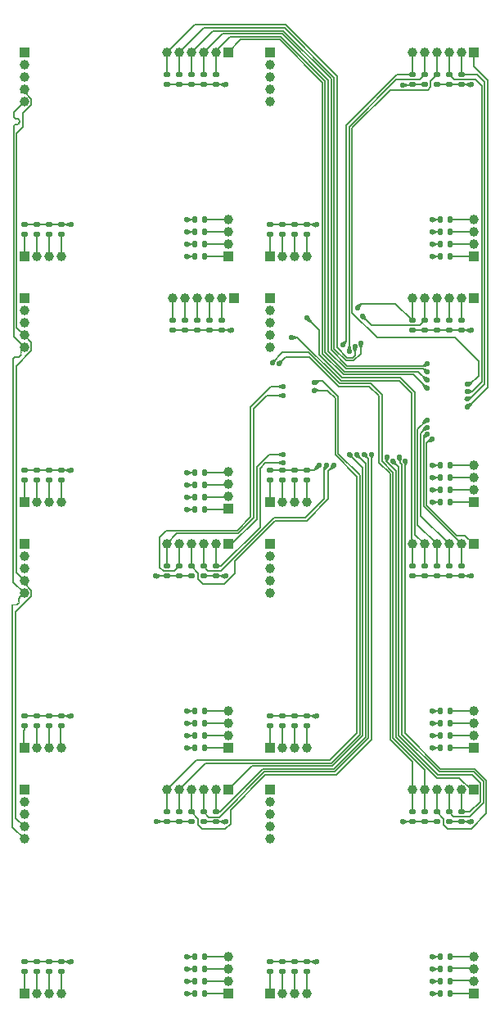
<source format=gbr>
%TF.GenerationSoftware,KiCad,Pcbnew,9.0.5-1.fc42*%
%TF.CreationDate,2025-11-30T23:17:10+01:00*%
%TF.ProjectId,Sub-Board,5375622d-426f-4617-9264-2e6b69636164,1*%
%TF.SameCoordinates,Original*%
%TF.FileFunction,Copper,L1,Top*%
%TF.FilePolarity,Positive*%
%FSLAX46Y46*%
G04 Gerber Fmt 4.6, Leading zero omitted, Abs format (unit mm)*
G04 Created by KiCad (PCBNEW 9.0.5-1.fc42) date 2025-11-30 23:17:10*
%MOMM*%
%LPD*%
G01*
G04 APERTURE LIST*
G04 Aperture macros list*
%AMRoundRect*
0 Rectangle with rounded corners*
0 $1 Rounding radius*
0 $2 $3 $4 $5 $6 $7 $8 $9 X,Y pos of 4 corners*
0 Add a 4 corners polygon primitive as box body*
4,1,4,$2,$3,$4,$5,$6,$7,$8,$9,$2,$3,0*
0 Add four circle primitives for the rounded corners*
1,1,$1+$1,$2,$3*
1,1,$1+$1,$4,$5*
1,1,$1+$1,$6,$7*
1,1,$1+$1,$8,$9*
0 Add four rect primitives between the rounded corners*
20,1,$1+$1,$2,$3,$4,$5,0*
20,1,$1+$1,$4,$5,$6,$7,0*
20,1,$1+$1,$6,$7,$8,$9,0*
20,1,$1+$1,$8,$9,$2,$3,0*%
G04 Aperture macros list end*
%TA.AperFunction,SMDPad,CuDef*%
%ADD10RoundRect,0.135000X0.185000X-0.135000X0.185000X0.135000X-0.185000X0.135000X-0.185000X-0.135000X0*%
%TD*%
%TA.AperFunction,SMDPad,CuDef*%
%ADD11RoundRect,0.135000X-0.135000X-0.185000X0.135000X-0.185000X0.135000X0.185000X-0.135000X0.185000X0*%
%TD*%
%TA.AperFunction,SMDPad,CuDef*%
%ADD12RoundRect,0.135000X-0.185000X0.135000X-0.185000X-0.135000X0.185000X-0.135000X0.185000X0.135000X0*%
%TD*%
%TA.AperFunction,SMDPad,CuDef*%
%ADD13RoundRect,0.135000X0.135000X0.185000X-0.135000X0.185000X-0.135000X-0.185000X0.135000X-0.185000X0*%
%TD*%
%TA.AperFunction,ComponentPad*%
%ADD14R,1.000000X1.000000*%
%TD*%
%TA.AperFunction,ComponentPad*%
%ADD15C,1.000000*%
%TD*%
%TA.AperFunction,ViaPad*%
%ADD16C,0.553200*%
%TD*%
%TA.AperFunction,Conductor*%
%ADD17C,0.177800*%
%TD*%
%TA.AperFunction,Conductor*%
%ADD18C,0.152400*%
%TD*%
G04 APERTURE END LIST*
D10*
%TO.P,R113,1*%
%TO.N,GND*%
X147701000Y-74680000D03*
%TO.P,R113,2*%
%TO.N,/STM32-MCU/Slot3.B*%
X147701000Y-73660000D03*
%TD*%
D11*
%TO.P,R78,1*%
%TO.N,/Board Address/+3.3V Digital*%
X121412000Y-140716000D03*
%TO.P,R78,2*%
%TO.N,/STM32-MCU/Slot6.Addr2*%
X122432000Y-140716000D03*
%TD*%
D12*
%TO.P,R66,1*%
%TO.N,GND*%
X130429000Y-63754000D03*
%TO.P,R66,2*%
%TO.N,/STM32-MCU/Slot1.Typ1*%
X130429000Y-64774000D03*
%TD*%
D10*
%TO.P,R73,1*%
%TO.N,GND*%
X143891000Y-100080000D03*
%TO.P,R73,2*%
%TO.N,/STM32-MCU/Slot5.A0*%
X143891000Y-99060000D03*
%TD*%
%TO.P,R99,1*%
%TO.N,GND*%
X118491000Y-125480000D03*
%TO.P,R99,2*%
%TO.N,/STM32-MCU/Slot6.A0*%
X118491000Y-124460000D03*
%TD*%
D12*
%TO.P,R67,1*%
%TO.N,GND*%
X131699000Y-63754000D03*
%TO.P,R67,2*%
%TO.N,/STM32-MCU/Slot1.Typ2*%
X131699000Y-64774000D03*
%TD*%
D13*
%TO.P,R57,1*%
%TO.N,/STM32-MCU/Slot1.Addr3*%
X147832000Y-63246000D03*
%TO.P,R57,2*%
%TO.N,GND*%
X146812000Y-63246000D03*
%TD*%
D14*
%TO.P,J33,1,Pin_1*%
%TO.N,/STM32-MCU/Slot7.LED*%
X150240000Y-122175000D03*
D15*
%TO.P,J33,2,Pin_2*%
%TO.N,/STM32-MCU/Slot7.C*%
X148970000Y-122175000D03*
%TO.P,J33,3,Pin_3*%
%TO.N,/STM32-MCU/Slot7.B*%
X147700000Y-122175000D03*
%TO.P,J33,4,Pin_4*%
%TO.N,/STM32-MCU/Slot7.A*%
X146430000Y-122175000D03*
%TO.P,J33,5,Pin_5*%
%TO.N,/STM32-MCU/Slot7.A1*%
X145160000Y-122175000D03*
%TO.P,J33,6,Pin_6*%
%TO.N,/STM32-MCU/Slot7.A0*%
X143890000Y-122175000D03*
%TD*%
D10*
%TO.P,R64,1*%
%TO.N,GND*%
X143891000Y-49280000D03*
%TO.P,R64,2*%
%TO.N,/STM32-MCU/Slot1.A0*%
X143891000Y-48260000D03*
%TD*%
D12*
%TO.P,R39,1*%
%TO.N,GND*%
X103759000Y-63750000D03*
%TO.P,R39,2*%
%TO.N,/STM32-MCU/Slot0.Typ0*%
X103759000Y-64770000D03*
%TD*%
D10*
%TO.P,R60,1*%
%TO.N,GND*%
X148971000Y-49280000D03*
%TO.P,R60,2*%
%TO.N,/STM32-MCU/Slot1.C*%
X148971000Y-48260000D03*
%TD*%
%TO.P,R46,1*%
%TO.N,GND*%
X119761000Y-100080000D03*
%TO.P,R46,2*%
%TO.N,/STM32-MCU/Slot4.A1*%
X119761000Y-99060000D03*
%TD*%
%TO.P,R114,1*%
%TO.N,GND*%
X146431000Y-74680000D03*
%TO.P,R114,2*%
%TO.N,/STM32-MCU/Slot3.A*%
X146431000Y-73660000D03*
%TD*%
%TO.P,R37,1*%
%TO.N,GND*%
X119761000Y-49280000D03*
%TO.P,R37,2*%
%TO.N,/STM32-MCU/Slot0.A1*%
X119761000Y-48260000D03*
%TD*%
%TO.P,R86,1*%
%TO.N,GND*%
X124206000Y-74678000D03*
%TO.P,R86,2*%
%TO.N,/STM32-MCU/Slot2.C*%
X124206000Y-73658000D03*
%TD*%
%TO.P,R88,1*%
%TO.N,GND*%
X121666000Y-74678000D03*
%TO.P,R88,2*%
%TO.N,/STM32-MCU/Slot2.A*%
X121666000Y-73658000D03*
%TD*%
%TO.P,R70,1*%
%TO.N,GND*%
X147701000Y-100080000D03*
%TO.P,R70,2*%
%TO.N,/STM32-MCU/Slot5.B*%
X147701000Y-99060000D03*
%TD*%
%TO.P,R87,1*%
%TO.N,GND*%
X122936000Y-74678000D03*
%TO.P,R87,2*%
%TO.N,/STM32-MCU/Slot2.B*%
X122936000Y-73658000D03*
%TD*%
D14*
%TO.P,J31,1,Pin_1*%
%TO.N,/STM32-MCU/Slot3.LED*%
X150240000Y-71375000D03*
D15*
%TO.P,J31,2,Pin_2*%
%TO.N,/STM32-MCU/Slot3.C*%
X148970000Y-71375000D03*
%TO.P,J31,3,Pin_3*%
%TO.N,/STM32-MCU/Slot3.B*%
X147700000Y-71375000D03*
%TO.P,J31,4,Pin_4*%
%TO.N,/STM32-MCU/Slot3.A*%
X146430000Y-71375000D03*
%TO.P,J31,5,Pin_5*%
%TO.N,/STM32-MCU/Slot3.A1*%
X145160000Y-71375000D03*
%TO.P,J31,6,Pin_6*%
%TO.N,/STM32-MCU/Slot3.A0*%
X143890000Y-71375000D03*
%TD*%
D14*
%TO.P,J21,1,Pin_1*%
%TO.N,/Board Address/+3.3V Digital*%
X103760000Y-122175000D03*
D15*
%TO.P,J21,2,Pin_2*%
%TO.N,/Power Supply/AREF*%
X103760000Y-123445000D03*
%TO.P,J21,3,Pin_3*%
%TO.N,GND*%
X103760000Y-124715000D03*
%TO.P,J21,4,Pin_4*%
%TO.N,/STM32-MCU/SlotBus.Data*%
X103760000Y-125985000D03*
%TO.P,J21,5,Pin_5*%
%TO.N,/STM32-MCU/SlotBus.Clock*%
X103760000Y-127255000D03*
%TD*%
D13*
%TO.P,R29,1*%
%TO.N,/STM32-MCU/Slot0.Addr2*%
X122432000Y-64516000D03*
%TO.P,R29,2*%
%TO.N,GND*%
X121412000Y-64516000D03*
%TD*%
D10*
%TO.P,R72,1*%
%TO.N,GND*%
X145161000Y-100078000D03*
%TO.P,R72,2*%
%TO.N,/STM32-MCU/Slot5.A1*%
X145161000Y-99058000D03*
%TD*%
%TO.P,R112,1*%
%TO.N,GND*%
X148971000Y-74680000D03*
%TO.P,R112,2*%
%TO.N,/STM32-MCU/Slot3.C*%
X148971000Y-73660000D03*
%TD*%
%TO.P,R95,1*%
%TO.N,GND*%
X123571000Y-125482000D03*
%TO.P,R95,2*%
%TO.N,/STM32-MCU/Slot6.C*%
X123571000Y-124462000D03*
%TD*%
%TO.P,R121,1*%
%TO.N,GND*%
X148971000Y-125480000D03*
%TO.P,R121,2*%
%TO.N,/STM32-MCU/Slot7.C*%
X148971000Y-124460000D03*
%TD*%
D13*
%TO.P,R55,1*%
%TO.N,/STM32-MCU/Slot1.Addr1*%
X147830000Y-65786000D03*
%TO.P,R55,2*%
%TO.N,GND*%
X146810000Y-65786000D03*
%TD*%
D10*
%TO.P,R34,1*%
%TO.N,GND*%
X123571000Y-49280000D03*
%TO.P,R34,2*%
%TO.N,/STM32-MCU/Slot0.C*%
X123571000Y-48260000D03*
%TD*%
%TO.P,R125,1*%
%TO.N,GND*%
X143891000Y-125480000D03*
%TO.P,R125,2*%
%TO.N,/STM32-MCU/Slot7.A0*%
X143891000Y-124460000D03*
%TD*%
D11*
%TO.P,R107,1*%
%TO.N,/Board Address/+3.3V Digital*%
X146812000Y-92456000D03*
%TO.P,R107,2*%
%TO.N,/STM32-MCU/Slot3.Addr0*%
X147832000Y-92456000D03*
%TD*%
D10*
%TO.P,R96,1*%
%TO.N,GND*%
X122301000Y-125480000D03*
%TO.P,R96,2*%
%TO.N,/STM32-MCU/Slot6.B*%
X122301000Y-124460000D03*
%TD*%
D14*
%TO.P,J4,1,Pin_1*%
%TO.N,/STM32-MCU/Slot0.Addr0*%
X124840000Y-67055000D03*
D15*
%TO.P,J4,2,Pin_2*%
%TO.N,/STM32-MCU/Slot0.Addr1*%
X124840000Y-65785000D03*
%TO.P,J4,3,Pin_3*%
%TO.N,/STM32-MCU/Slot0.Addr2*%
X124840000Y-64515000D03*
%TO.P,J4,4,Pin_4*%
%TO.N,/STM32-MCU/Slot0.Addr3*%
X124840000Y-63245000D03*
%TD*%
D12*
%TO.P,R119,1*%
%TO.N,GND*%
X131699000Y-89154000D03*
%TO.P,R119,2*%
%TO.N,/STM32-MCU/Slot3.Typ2*%
X131699000Y-90174000D03*
%TD*%
D10*
%TO.P,R38,1*%
%TO.N,GND*%
X118491000Y-49280000D03*
%TO.P,R38,2*%
%TO.N,/STM32-MCU/Slot0.A0*%
X118491000Y-48260000D03*
%TD*%
D13*
%TO.P,R85,1*%
%TO.N,/STM32-MCU/Slot6.Addr3*%
X122432000Y-139446000D03*
%TO.P,R85,2*%
%TO.N,GND*%
X121412000Y-139446000D03*
%TD*%
%TO.P,R32,1*%
%TO.N,/STM32-MCU/Slot4.Addr1*%
X122432000Y-116586000D03*
%TO.P,R32,2*%
%TO.N,GND*%
X121412000Y-116586000D03*
%TD*%
D10*
%TO.P,R63,1*%
%TO.N,GND*%
X145161000Y-49280000D03*
%TO.P,R63,2*%
%TO.N,/STM32-MCU/Slot1.A1*%
X145161000Y-48260000D03*
%TD*%
D14*
%TO.P,J12,1,Pin_1*%
%TO.N,/STM32-MCU/Slot1.Addr0*%
X150240000Y-67055000D03*
D15*
%TO.P,J12,2,Pin_2*%
%TO.N,/STM32-MCU/Slot1.Addr1*%
X150240000Y-65785000D03*
%TO.P,J12,3,Pin_3*%
%TO.N,/STM32-MCU/Slot1.Addr2*%
X150240000Y-64515000D03*
%TO.P,J12,4,Pin_4*%
%TO.N,/STM32-MCU/Slot1.Addr3*%
X150240000Y-63245000D03*
%TD*%
D13*
%TO.P,R31,1*%
%TO.N,/STM32-MCU/Slot4.Addr0*%
X122432000Y-117856000D03*
%TO.P,R31,2*%
%TO.N,GND*%
X121412000Y-117856000D03*
%TD*%
%TO.P,R56,1*%
%TO.N,/STM32-MCU/Slot1.Addr2*%
X147830000Y-64516000D03*
%TO.P,R56,2*%
%TO.N,GND*%
X146810000Y-64516000D03*
%TD*%
%TO.P,R83,1*%
%TO.N,/STM32-MCU/Slot2.Addr3*%
X122430000Y-89408000D03*
%TO.P,R83,2*%
%TO.N,GND*%
X121410000Y-89408000D03*
%TD*%
D12*
%TO.P,R42,1*%
%TO.N,GND*%
X107569000Y-63750000D03*
%TO.P,R42,2*%
%TO.N,/STM32-MCU/Slot0.Typ3*%
X107569000Y-64770000D03*
%TD*%
%TO.P,R49,1*%
%TO.N,GND*%
X105029000Y-114554000D03*
%TO.P,R49,2*%
%TO.N,/STM32-MCU/Slot4.Typ1*%
X105029000Y-115574000D03*
%TD*%
D13*
%TO.P,R82,1*%
%TO.N,/STM32-MCU/Slot2.Addr2*%
X122430000Y-90678000D03*
%TO.P,R82,2*%
%TO.N,GND*%
X121410000Y-90678000D03*
%TD*%
D12*
%TO.P,R65,1*%
%TO.N,GND*%
X129159000Y-63754000D03*
%TO.P,R65,2*%
%TO.N,/STM32-MCU/Slot1.Typ0*%
X129159000Y-64774000D03*
%TD*%
D13*
%TO.P,R111,1*%
%TO.N,/STM32-MCU/Slot7.Addr3*%
X147832000Y-139446000D03*
%TO.P,R111,2*%
%TO.N,GND*%
X146812000Y-139446000D03*
%TD*%
D10*
%TO.P,R123,1*%
%TO.N,GND*%
X146431000Y-125480000D03*
%TO.P,R123,2*%
%TO.N,/STM32-MCU/Slot7.A*%
X146431000Y-124460000D03*
%TD*%
D14*
%TO.P,J25,1,Pin_1*%
%TO.N,/STM32-MCU/Slot6.LED*%
X124840000Y-122175000D03*
D15*
%TO.P,J25,2,Pin_2*%
%TO.N,/STM32-MCU/Slot6.C*%
X123570000Y-122175000D03*
%TO.P,J25,3,Pin_3*%
%TO.N,/STM32-MCU/Slot6.B*%
X122300000Y-122175000D03*
%TO.P,J25,4,Pin_4*%
%TO.N,/STM32-MCU/Slot6.A*%
X121030000Y-122175000D03*
%TO.P,J25,5,Pin_5*%
%TO.N,/STM32-MCU/Slot6.A1*%
X119760000Y-122175000D03*
%TO.P,J25,6,Pin_6*%
%TO.N,/STM32-MCU/Slot6.A0*%
X118490000Y-122175000D03*
%TD*%
D10*
%TO.P,R61,1*%
%TO.N,GND*%
X147701000Y-49278000D03*
%TO.P,R61,2*%
%TO.N,/STM32-MCU/Slot1.B*%
X147701000Y-48258000D03*
%TD*%
D11*
%TO.P,R108,1*%
%TO.N,/Board Address/+3.3V Digital*%
X146810000Y-143256000D03*
%TO.P,R108,2*%
%TO.N,/STM32-MCU/Slot7.Addr0*%
X147830000Y-143256000D03*
%TD*%
%TO.P,R52,1*%
%TO.N,/Board Address/+3.3V Digital*%
X146812000Y-115316000D03*
%TO.P,R52,2*%
%TO.N,/STM32-MCU/Slot5.Addr2*%
X147832000Y-115316000D03*
%TD*%
D14*
%TO.P,J34,1,Pin_1*%
%TO.N,/STM32-MCU/Slot7.Typ0*%
X129160000Y-143255000D03*
D15*
%TO.P,J34,2,Pin_2*%
%TO.N,/STM32-MCU/Slot7.Typ1*%
X130430000Y-143255000D03*
%TO.P,J34,3,Pin_3*%
%TO.N,/STM32-MCU/Slot7.Typ2*%
X131700000Y-143255000D03*
%TO.P,J34,4,Pin_4*%
%TO.N,/STM32-MCU/Slot7.Typ3*%
X132970000Y-143255000D03*
%TD*%
D11*
%TO.P,R104,1*%
%TO.N,/Board Address/+3.3V Digital*%
X146810000Y-140716000D03*
%TO.P,R104,2*%
%TO.N,/STM32-MCU/Slot7.Addr2*%
X147830000Y-140716000D03*
%TD*%
D10*
%TO.P,R97,1*%
%TO.N,GND*%
X121031000Y-125480000D03*
%TO.P,R97,2*%
%TO.N,/STM32-MCU/Slot6.A*%
X121031000Y-124460000D03*
%TD*%
%TO.P,R35,1*%
%TO.N,GND*%
X122301000Y-49280000D03*
%TO.P,R35,2*%
%TO.N,/STM32-MCU/Slot0.B*%
X122301000Y-48260000D03*
%TD*%
D14*
%TO.P,J3,1,Pin_1*%
%TO.N,/Board Address/+3.3V Digital*%
X103760000Y-45975000D03*
D15*
%TO.P,J3,2,Pin_2*%
%TO.N,/Power Supply/AREF*%
X103760000Y-47245000D03*
%TO.P,J3,3,Pin_3*%
%TO.N,GND*%
X103760000Y-48515000D03*
%TO.P,J3,4,Pin_4*%
%TO.N,/STM32-MCU/SlotBus.Data*%
X103760000Y-49785000D03*
%TO.P,J3,5,Pin_5*%
%TO.N,/STM32-MCU/SlotBus.Clock*%
X103760000Y-51055000D03*
%TD*%
D14*
%TO.P,J10,1,Pin_1*%
%TO.N,/STM32-MCU/Slot4.Typ0*%
X103760000Y-117855000D03*
D15*
%TO.P,J10,2,Pin_2*%
%TO.N,/STM32-MCU/Slot4.Typ1*%
X105030000Y-117855000D03*
%TO.P,J10,3,Pin_3*%
%TO.N,/STM32-MCU/Slot4.Typ2*%
X106300000Y-117855000D03*
%TO.P,J10,4,Pin_4*%
%TO.N,/STM32-MCU/Slot4.Typ3*%
X107570000Y-117855000D03*
%TD*%
D12*
%TO.P,R51,1*%
%TO.N,GND*%
X107569000Y-114554000D03*
%TO.P,R51,2*%
%TO.N,/STM32-MCU/Slot4.Typ3*%
X107569000Y-115574000D03*
%TD*%
D14*
%TO.P,J29,1,Pin_1*%
%TO.N,/Board Address/+3.3V Digital*%
X129160000Y-122175000D03*
D15*
%TO.P,J29,2,Pin_2*%
%TO.N,/Power Supply/AREF*%
X129160000Y-123445000D03*
%TO.P,J29,3,Pin_3*%
%TO.N,GND*%
X129160000Y-124715000D03*
%TO.P,J29,4,Pin_4*%
%TO.N,/STM32-MCU/SlotBus.Data*%
X129160000Y-125985000D03*
%TO.P,J29,5,Pin_5*%
%TO.N,/STM32-MCU/SlotBus.Clock*%
X129160000Y-127255000D03*
%TD*%
D14*
%TO.P,J22,1,Pin_1*%
%TO.N,/STM32-MCU/Slot6.Addr0*%
X124840000Y-143255000D03*
D15*
%TO.P,J22,2,Pin_2*%
%TO.N,/STM32-MCU/Slot6.Addr1*%
X124840000Y-141985000D03*
%TO.P,J22,3,Pin_3*%
%TO.N,/STM32-MCU/Slot6.Addr2*%
X124840000Y-140715000D03*
%TO.P,J22,4,Pin_4*%
%TO.N,/STM32-MCU/Slot6.Addr3*%
X124840000Y-139445000D03*
%TD*%
D12*
%TO.P,R100,1*%
%TO.N,GND*%
X103759000Y-139954000D03*
%TO.P,R100,2*%
%TO.N,/STM32-MCU/Slot6.Typ0*%
X103759000Y-140974000D03*
%TD*%
%TO.P,R68,1*%
%TO.N,GND*%
X132969000Y-63754000D03*
%TO.P,R68,2*%
%TO.N,/STM32-MCU/Slot1.Typ3*%
X132969000Y-64774000D03*
%TD*%
%TO.P,R103,1*%
%TO.N,GND*%
X107569000Y-139954000D03*
%TO.P,R103,2*%
%TO.N,/STM32-MCU/Slot6.Typ3*%
X107569000Y-140974000D03*
%TD*%
D14*
%TO.P,J17,1,Pin_1*%
%TO.N,/STM32-MCU/Slot5.LED*%
X150240000Y-96775000D03*
D15*
%TO.P,J17,2,Pin_2*%
%TO.N,/STM32-MCU/Slot5.C*%
X148970000Y-96775000D03*
%TO.P,J17,3,Pin_3*%
%TO.N,/STM32-MCU/Slot5.B*%
X147700000Y-96775000D03*
%TO.P,J17,4,Pin_4*%
%TO.N,/STM32-MCU/Slot5.A*%
X146430000Y-96775000D03*
%TO.P,J17,5,Pin_5*%
%TO.N,/STM32-MCU/Slot5.A1*%
X145160000Y-96775000D03*
%TO.P,J17,6,Pin_6*%
%TO.N,/STM32-MCU/Slot5.A0*%
X143890000Y-96775000D03*
%TD*%
D14*
%TO.P,J18,1,Pin_1*%
%TO.N,/STM32-MCU/Slot5.Typ0*%
X129160000Y-117855000D03*
D15*
%TO.P,J18,2,Pin_2*%
%TO.N,/STM32-MCU/Slot5.Typ1*%
X130430000Y-117855000D03*
%TO.P,J18,3,Pin_3*%
%TO.N,/STM32-MCU/Slot5.Typ2*%
X131700000Y-117855000D03*
%TO.P,J18,4,Pin_4*%
%TO.N,/STM32-MCU/Slot5.Typ3*%
X132970000Y-117855000D03*
%TD*%
D13*
%TO.P,R27,1*%
%TO.N,/STM32-MCU/Slot0.Addr0*%
X122432000Y-67056000D03*
%TO.P,R27,2*%
%TO.N,GND*%
X121412000Y-67056000D03*
%TD*%
D12*
%TO.P,R92,1*%
%TO.N,GND*%
X105029000Y-89154000D03*
%TO.P,R92,2*%
%TO.N,/STM32-MCU/Slot2.Typ1*%
X105029000Y-90174000D03*
%TD*%
%TO.P,R127,1*%
%TO.N,GND*%
X130429000Y-139954000D03*
%TO.P,R127,2*%
%TO.N,/STM32-MCU/Slot7.Typ1*%
X130429000Y-140974000D03*
%TD*%
D14*
%TO.P,J30,1,Pin_1*%
%TO.N,/STM32-MCU/Slot7.Addr0*%
X150240000Y-143255000D03*
D15*
%TO.P,J30,2,Pin_2*%
%TO.N,/STM32-MCU/Slot7.Addr1*%
X150240000Y-141985000D03*
%TO.P,J30,3,Pin_3*%
%TO.N,/STM32-MCU/Slot7.Addr2*%
X150240000Y-140715000D03*
%TO.P,J30,4,Pin_4*%
%TO.N,/STM32-MCU/Slot7.Addr3*%
X150240000Y-139445000D03*
%TD*%
D14*
%TO.P,J28,1,Pin_1*%
%TO.N,/STM32-MCU/Slot3.Addr0*%
X150240000Y-92455000D03*
D15*
%TO.P,J28,2,Pin_2*%
%TO.N,/STM32-MCU/Slot3.Addr1*%
X150240000Y-91185000D03*
%TO.P,J28,3,Pin_3*%
%TO.N,/STM32-MCU/Slot3.Addr2*%
X150240000Y-89915000D03*
%TO.P,J28,4,Pin_4*%
%TO.N,/STM32-MCU/Slot3.Addr3*%
X150240000Y-88645000D03*
%TD*%
D12*
%TO.P,R102,1*%
%TO.N,GND*%
X106299000Y-139954000D03*
%TO.P,R102,2*%
%TO.N,/STM32-MCU/Slot6.Typ2*%
X106299000Y-140974000D03*
%TD*%
D13*
%TO.P,R59,1*%
%TO.N,/STM32-MCU/Slot5.Addr3*%
X147832000Y-114046000D03*
%TO.P,R59,2*%
%TO.N,GND*%
X146812000Y-114046000D03*
%TD*%
D11*
%TO.P,R79,1*%
%TO.N,/Board Address/+3.3V Digital*%
X121410000Y-91948000D03*
%TO.P,R79,2*%
%TO.N,/STM32-MCU/Slot2.Addr1*%
X122430000Y-91948000D03*
%TD*%
D10*
%TO.P,R45,1*%
%TO.N,GND*%
X121031000Y-100080000D03*
%TO.P,R45,2*%
%TO.N,/STM32-MCU/Slot4.A*%
X121031000Y-99060000D03*
%TD*%
D13*
%TO.P,R33,1*%
%TO.N,/STM32-MCU/Slot4.Addr3*%
X122432000Y-114046000D03*
%TO.P,R33,2*%
%TO.N,GND*%
X121412000Y-114046000D03*
%TD*%
D12*
%TO.P,R101,1*%
%TO.N,GND*%
X105029000Y-139954000D03*
%TO.P,R101,2*%
%TO.N,/STM32-MCU/Slot6.Typ1*%
X105029000Y-140974000D03*
%TD*%
%TO.P,R50,1*%
%TO.N,GND*%
X106299000Y-114554000D03*
%TO.P,R50,2*%
%TO.N,/STM32-MCU/Slot4.Typ2*%
X106299000Y-115574000D03*
%TD*%
D10*
%TO.P,R44,1*%
%TO.N,GND*%
X122301000Y-100080000D03*
%TO.P,R44,2*%
%TO.N,/STM32-MCU/Slot4.B*%
X122301000Y-99060000D03*
%TD*%
%TO.P,R116,1*%
%TO.N,GND*%
X143891000Y-74680000D03*
%TO.P,R116,2*%
%TO.N,/STM32-MCU/Slot3.A0*%
X143891000Y-73660000D03*
%TD*%
D12*
%TO.P,R129,1*%
%TO.N,GND*%
X132969000Y-139954000D03*
%TO.P,R129,2*%
%TO.N,/STM32-MCU/Slot7.Typ3*%
X132969000Y-140974000D03*
%TD*%
D13*
%TO.P,R58,1*%
%TO.N,/STM32-MCU/Slot5.Addr1*%
X147832000Y-116586000D03*
%TO.P,R58,2*%
%TO.N,GND*%
X146812000Y-116586000D03*
%TD*%
%TO.P,R81,1*%
%TO.N,/STM32-MCU/Slot2.Addr0*%
X122430000Y-93218000D03*
%TO.P,R81,2*%
%TO.N,GND*%
X121410000Y-93218000D03*
%TD*%
%TO.P,R84,1*%
%TO.N,/STM32-MCU/Slot6.Addr0*%
X122432000Y-143256000D03*
%TO.P,R84,2*%
%TO.N,GND*%
X121412000Y-143256000D03*
%TD*%
D12*
%TO.P,R48,1*%
%TO.N,GND*%
X103759000Y-114554000D03*
%TO.P,R48,2*%
%TO.N,/STM32-MCU/Slot4.Typ0*%
X103759000Y-115574000D03*
%TD*%
D10*
%TO.P,R115,1*%
%TO.N,GND*%
X145161000Y-74680000D03*
%TO.P,R115,2*%
%TO.N,/STM32-MCU/Slot3.A1*%
X145161000Y-73660000D03*
%TD*%
%TO.P,R47,1*%
%TO.N,GND*%
X118491000Y-100080000D03*
%TO.P,R47,2*%
%TO.N,/STM32-MCU/Slot4.A0*%
X118491000Y-99060000D03*
%TD*%
%TO.P,R89,1*%
%TO.N,GND*%
X120396000Y-74678000D03*
%TO.P,R89,2*%
%TO.N,/STM32-MCU/Slot2.A1*%
X120396000Y-73658000D03*
%TD*%
D13*
%TO.P,R110,1*%
%TO.N,/STM32-MCU/Slot3.Addr3*%
X147832000Y-88646000D03*
%TO.P,R110,2*%
%TO.N,GND*%
X146812000Y-88646000D03*
%TD*%
D14*
%TO.P,J19,1,Pin_1*%
%TO.N,/Board Address/+3.3V Digital*%
X103760000Y-71375000D03*
D15*
%TO.P,J19,2,Pin_2*%
%TO.N,/Power Supply/AREF*%
X103760000Y-72645000D03*
%TO.P,J19,3,Pin_3*%
%TO.N,GND*%
X103760000Y-73915000D03*
%TO.P,J19,4,Pin_4*%
%TO.N,/STM32-MCU/SlotBus.Data*%
X103760000Y-75185000D03*
%TO.P,J19,5,Pin_5*%
%TO.N,/STM32-MCU/SlotBus.Clock*%
X103760000Y-76455000D03*
%TD*%
D11*
%TO.P,R105,1*%
%TO.N,/Board Address/+3.3V Digital*%
X146812000Y-91186000D03*
%TO.P,R105,2*%
%TO.N,/STM32-MCU/Slot3.Addr1*%
X147832000Y-91186000D03*
%TD*%
D14*
%TO.P,J5,1,Pin_1*%
%TO.N,/Board Address/+3.3V Digital*%
X103760000Y-96775000D03*
D15*
%TO.P,J5,2,Pin_2*%
%TO.N,/Power Supply/AREF*%
X103760000Y-98045000D03*
%TO.P,J5,3,Pin_3*%
%TO.N,GND*%
X103760000Y-99315000D03*
%TO.P,J5,4,Pin_4*%
%TO.N,/STM32-MCU/SlotBus.Data*%
X103760000Y-100585000D03*
%TO.P,J5,5,Pin_5*%
%TO.N,/STM32-MCU/SlotBus.Clock*%
X103760000Y-101855000D03*
%TD*%
D14*
%TO.P,J26,1,Pin_1*%
%TO.N,/STM32-MCU/Slot6.Typ0*%
X103760000Y-143255000D03*
D15*
%TO.P,J26,2,Pin_2*%
%TO.N,/STM32-MCU/Slot6.Typ1*%
X105030000Y-143255000D03*
%TO.P,J26,3,Pin_3*%
%TO.N,/STM32-MCU/Slot6.Typ2*%
X106300000Y-143255000D03*
%TO.P,J26,4,Pin_4*%
%TO.N,/STM32-MCU/Slot6.Typ3*%
X107570000Y-143255000D03*
%TD*%
D10*
%TO.P,R36,1*%
%TO.N,GND*%
X121031000Y-49280000D03*
%TO.P,R36,2*%
%TO.N,/STM32-MCU/Slot0.A*%
X121031000Y-48260000D03*
%TD*%
D12*
%TO.P,R128,1*%
%TO.N,GND*%
X131699000Y-139954000D03*
%TO.P,R128,2*%
%TO.N,/STM32-MCU/Slot7.Typ2*%
X131699000Y-140974000D03*
%TD*%
%TO.P,R93,1*%
%TO.N,GND*%
X106299000Y-89154000D03*
%TO.P,R93,2*%
%TO.N,/STM32-MCU/Slot2.Typ2*%
X106299000Y-90174000D03*
%TD*%
%TO.P,R76,1*%
%TO.N,GND*%
X131699000Y-114554000D03*
%TO.P,R76,2*%
%TO.N,/STM32-MCU/Slot5.Typ2*%
X131699000Y-115574000D03*
%TD*%
D13*
%TO.P,R28,1*%
%TO.N,/STM32-MCU/Slot0.Addr1*%
X122432000Y-65786000D03*
%TO.P,R28,2*%
%TO.N,GND*%
X121412000Y-65786000D03*
%TD*%
D12*
%TO.P,R118,1*%
%TO.N,GND*%
X130429000Y-89154000D03*
%TO.P,R118,2*%
%TO.N,/STM32-MCU/Slot3.Typ1*%
X130429000Y-90174000D03*
%TD*%
D10*
%TO.P,R71,1*%
%TO.N,GND*%
X146431000Y-100078000D03*
%TO.P,R71,2*%
%TO.N,/STM32-MCU/Slot5.A*%
X146431000Y-99058000D03*
%TD*%
%TO.P,R122,1*%
%TO.N,GND*%
X147701000Y-125480000D03*
%TO.P,R122,2*%
%TO.N,/STM32-MCU/Slot7.B*%
X147701000Y-124460000D03*
%TD*%
D12*
%TO.P,R91,1*%
%TO.N,GND*%
X103759000Y-89154000D03*
%TO.P,R91,2*%
%TO.N,/STM32-MCU/Slot2.Typ0*%
X103759000Y-90174000D03*
%TD*%
%TO.P,R74,1*%
%TO.N,GND*%
X129159000Y-114554000D03*
%TO.P,R74,2*%
%TO.N,/STM32-MCU/Slot5.Typ0*%
X129159000Y-115574000D03*
%TD*%
D14*
%TO.P,J23,1,Pin_1*%
%TO.N,/STM32-MCU/Slot2.LED*%
X125490000Y-71375000D03*
D15*
%TO.P,J23,2,Pin_2*%
%TO.N,/STM32-MCU/Slot2.C*%
X124220000Y-71375000D03*
%TO.P,J23,3,Pin_3*%
%TO.N,/STM32-MCU/Slot2.B*%
X122950000Y-71375000D03*
%TO.P,J23,4,Pin_4*%
%TO.N,/STM32-MCU/Slot2.A*%
X121680000Y-71375000D03*
%TO.P,J23,5,Pin_5*%
%TO.N,/STM32-MCU/Slot2.A1*%
X120410000Y-71375000D03*
%TO.P,J23,6,Pin_6*%
%TO.N,/STM32-MCU/Slot2.A0*%
X119140000Y-71375000D03*
%TD*%
D10*
%TO.P,R124,1*%
%TO.N,GND*%
X145161000Y-125480000D03*
%TO.P,R124,2*%
%TO.N,/STM32-MCU/Slot7.A1*%
X145161000Y-124460000D03*
%TD*%
D11*
%TO.P,R53,1*%
%TO.N,/Board Address/+3.3V Digital*%
X146810000Y-67056000D03*
%TO.P,R53,2*%
%TO.N,/STM32-MCU/Slot1.Addr0*%
X147830000Y-67056000D03*
%TD*%
D14*
%TO.P,J14,1,Pin_1*%
%TO.N,/STM32-MCU/Slot5.Addr0*%
X150240000Y-117855000D03*
D15*
%TO.P,J14,2,Pin_2*%
%TO.N,/STM32-MCU/Slot5.Addr1*%
X150240000Y-116585000D03*
%TO.P,J14,3,Pin_3*%
%TO.N,/STM32-MCU/Slot5.Addr2*%
X150240000Y-115315000D03*
%TO.P,J14,4,Pin_4*%
%TO.N,/STM32-MCU/Slot5.Addr3*%
X150240000Y-114045000D03*
%TD*%
D14*
%TO.P,J15,1,Pin_1*%
%TO.N,/STM32-MCU/Slot1.LED*%
X150240000Y-45975000D03*
D15*
%TO.P,J15,2,Pin_2*%
%TO.N,/STM32-MCU/Slot1.C*%
X148970000Y-45975000D03*
%TO.P,J15,3,Pin_3*%
%TO.N,/STM32-MCU/Slot1.B*%
X147700000Y-45975000D03*
%TO.P,J15,4,Pin_4*%
%TO.N,/STM32-MCU/Slot1.A*%
X146430000Y-45975000D03*
%TO.P,J15,5,Pin_5*%
%TO.N,/STM32-MCU/Slot1.A1*%
X145160000Y-45975000D03*
%TO.P,J15,6,Pin_6*%
%TO.N,/STM32-MCU/Slot1.A0*%
X143890000Y-45975000D03*
%TD*%
D10*
%TO.P,R62,1*%
%TO.N,GND*%
X146431000Y-49278000D03*
%TO.P,R62,2*%
%TO.N,/STM32-MCU/Slot1.A*%
X146431000Y-48258000D03*
%TD*%
%TO.P,R43,1*%
%TO.N,GND*%
X123571000Y-100080000D03*
%TO.P,R43,2*%
%TO.N,/STM32-MCU/Slot4.C*%
X123571000Y-99060000D03*
%TD*%
D14*
%TO.P,J32,1,Pin_1*%
%TO.N,/STM32-MCU/Slot3.Typ0*%
X129160000Y-92455000D03*
D15*
%TO.P,J32,2,Pin_2*%
%TO.N,/STM32-MCU/Slot3.Typ1*%
X130430000Y-92455000D03*
%TO.P,J32,3,Pin_3*%
%TO.N,/STM32-MCU/Slot3.Typ2*%
X131700000Y-92455000D03*
%TO.P,J32,4,Pin_4*%
%TO.N,/STM32-MCU/Slot3.Typ3*%
X132970000Y-92455000D03*
%TD*%
D14*
%TO.P,J9,1,Pin_1*%
%TO.N,/STM32-MCU/Slot4.LED*%
X124840000Y-96775000D03*
D15*
%TO.P,J9,2,Pin_2*%
%TO.N,/STM32-MCU/Slot4.C*%
X123570000Y-96775000D03*
%TO.P,J9,3,Pin_3*%
%TO.N,/STM32-MCU/Slot4.B*%
X122300000Y-96775000D03*
%TO.P,J9,4,Pin_4*%
%TO.N,/STM32-MCU/Slot4.A*%
X121030000Y-96775000D03*
%TO.P,J9,5,Pin_5*%
%TO.N,/STM32-MCU/Slot4.A1*%
X119760000Y-96775000D03*
%TO.P,J9,6,Pin_6*%
%TO.N,/STM32-MCU/Slot4.A0*%
X118490000Y-96775000D03*
%TD*%
D12*
%TO.P,R126,1*%
%TO.N,GND*%
X129159000Y-139954000D03*
%TO.P,R126,2*%
%TO.N,/STM32-MCU/Slot7.Typ0*%
X129159000Y-140974000D03*
%TD*%
D14*
%TO.P,J6,1,Pin_1*%
%TO.N,/STM32-MCU/Slot4.Addr0*%
X124840000Y-117855000D03*
D15*
%TO.P,J6,2,Pin_2*%
%TO.N,/STM32-MCU/Slot4.Addr1*%
X124840000Y-116585000D03*
%TO.P,J6,3,Pin_3*%
%TO.N,/STM32-MCU/Slot4.Addr2*%
X124840000Y-115315000D03*
%TO.P,J6,4,Pin_4*%
%TO.N,/STM32-MCU/Slot4.Addr3*%
X124840000Y-114045000D03*
%TD*%
D11*
%TO.P,R54,1*%
%TO.N,/Board Address/+3.3V Digital*%
X146812000Y-117856000D03*
%TO.P,R54,2*%
%TO.N,/STM32-MCU/Slot5.Addr0*%
X147832000Y-117856000D03*
%TD*%
D14*
%TO.P,J13,1,Pin_1*%
%TO.N,/Board Address/+3.3V Digital*%
X129160000Y-96775000D03*
D15*
%TO.P,J13,2,Pin_2*%
%TO.N,/Power Supply/AREF*%
X129160000Y-98045000D03*
%TO.P,J13,3,Pin_3*%
%TO.N,GND*%
X129160000Y-99315000D03*
%TO.P,J13,4,Pin_4*%
%TO.N,/STM32-MCU/SlotBus.Data*%
X129160000Y-100585000D03*
%TO.P,J13,5,Pin_5*%
%TO.N,/STM32-MCU/SlotBus.Clock*%
X129160000Y-101855000D03*
%TD*%
D14*
%TO.P,J11,1,Pin_1*%
%TO.N,/Board Address/+3.3V Digital*%
X129160000Y-45975000D03*
D15*
%TO.P,J11,2,Pin_2*%
%TO.N,/Power Supply/AREF*%
X129160000Y-47245000D03*
%TO.P,J11,3,Pin_3*%
%TO.N,GND*%
X129160000Y-48515000D03*
%TO.P,J11,4,Pin_4*%
%TO.N,/STM32-MCU/SlotBus.Data*%
X129160000Y-49785000D03*
%TO.P,J11,5,Pin_5*%
%TO.N,/STM32-MCU/SlotBus.Clock*%
X129160000Y-51055000D03*
%TD*%
D12*
%TO.P,R94,1*%
%TO.N,GND*%
X107569000Y-89154000D03*
%TO.P,R94,2*%
%TO.N,/STM32-MCU/Slot2.Typ3*%
X107569000Y-90174000D03*
%TD*%
D10*
%TO.P,R90,1*%
%TO.N,GND*%
X119126000Y-74678000D03*
%TO.P,R90,2*%
%TO.N,/STM32-MCU/Slot2.A0*%
X119126000Y-73658000D03*
%TD*%
D13*
%TO.P,R30,1*%
%TO.N,/STM32-MCU/Slot0.Addr3*%
X122432000Y-63246000D03*
%TO.P,R30,2*%
%TO.N,GND*%
X121412000Y-63246000D03*
%TD*%
D12*
%TO.P,R117,1*%
%TO.N,GND*%
X129159000Y-89154000D03*
%TO.P,R117,2*%
%TO.N,/STM32-MCU/Slot3.Typ0*%
X129159000Y-90174000D03*
%TD*%
D14*
%TO.P,J8,1,Pin_1*%
%TO.N,/STM32-MCU/Slot0.Typ0*%
X103760000Y-67055000D03*
D15*
%TO.P,J8,2,Pin_2*%
%TO.N,/STM32-MCU/Slot0.Typ1*%
X105030000Y-67055000D03*
%TO.P,J8,3,Pin_3*%
%TO.N,/STM32-MCU/Slot0.Typ2*%
X106300000Y-67055000D03*
%TO.P,J8,4,Pin_4*%
%TO.N,/STM32-MCU/Slot0.Typ3*%
X107570000Y-67055000D03*
%TD*%
D11*
%TO.P,R106,1*%
%TO.N,/Board Address/+3.3V Digital*%
X146810000Y-141986000D03*
%TO.P,R106,2*%
%TO.N,/STM32-MCU/Slot7.Addr1*%
X147830000Y-141986000D03*
%TD*%
D10*
%TO.P,R98,1*%
%TO.N,GND*%
X119761000Y-125480000D03*
%TO.P,R98,2*%
%TO.N,/STM32-MCU/Slot6.A1*%
X119761000Y-124460000D03*
%TD*%
D14*
%TO.P,J24,1,Pin_1*%
%TO.N,/STM32-MCU/Slot2.Typ0*%
X103760000Y-92455000D03*
D15*
%TO.P,J24,2,Pin_2*%
%TO.N,/STM32-MCU/Slot2.Typ1*%
X105030000Y-92455000D03*
%TO.P,J24,3,Pin_3*%
%TO.N,/STM32-MCU/Slot2.Typ2*%
X106300000Y-92455000D03*
%TO.P,J24,4,Pin_4*%
%TO.N,/STM32-MCU/Slot2.Typ3*%
X107570000Y-92455000D03*
%TD*%
D14*
%TO.P,J7,1,Pin_1*%
%TO.N,/STM32-MCU/Slot0.LED*%
X124840000Y-45975000D03*
D15*
%TO.P,J7,2,Pin_2*%
%TO.N,/STM32-MCU/Slot0.C*%
X123570000Y-45975000D03*
%TO.P,J7,3,Pin_3*%
%TO.N,/STM32-MCU/Slot0.B*%
X122300000Y-45975000D03*
%TO.P,J7,4,Pin_4*%
%TO.N,/STM32-MCU/Slot0.A*%
X121030000Y-45975000D03*
%TO.P,J7,5,Pin_5*%
%TO.N,/STM32-MCU/Slot0.A1*%
X119760000Y-45975000D03*
%TO.P,J7,6,Pin_6*%
%TO.N,/STM32-MCU/Slot0.A0*%
X118490000Y-45975000D03*
%TD*%
D12*
%TO.P,R41,1*%
%TO.N,GND*%
X106299000Y-63750000D03*
%TO.P,R41,2*%
%TO.N,/STM32-MCU/Slot0.Typ2*%
X106299000Y-64770000D03*
%TD*%
D10*
%TO.P,R69,1*%
%TO.N,GND*%
X148971000Y-100078000D03*
%TO.P,R69,2*%
%TO.N,/STM32-MCU/Slot5.C*%
X148971000Y-99058000D03*
%TD*%
D11*
%TO.P,R80,1*%
%TO.N,/Board Address/+3.3V Digital*%
X121412000Y-141986000D03*
%TO.P,R80,2*%
%TO.N,/STM32-MCU/Slot6.Addr1*%
X122432000Y-141986000D03*
%TD*%
D12*
%TO.P,R75,1*%
%TO.N,GND*%
X130429000Y-114554000D03*
%TO.P,R75,2*%
%TO.N,/STM32-MCU/Slot5.Typ1*%
X130429000Y-115574000D03*
%TD*%
%TO.P,R40,1*%
%TO.N,GND*%
X105029000Y-63750000D03*
%TO.P,R40,2*%
%TO.N,/STM32-MCU/Slot0.Typ1*%
X105029000Y-64770000D03*
%TD*%
%TO.P,R77,1*%
%TO.N,GND*%
X132969000Y-114554000D03*
%TO.P,R77,2*%
%TO.N,/STM32-MCU/Slot5.Typ3*%
X132969000Y-115574000D03*
%TD*%
D14*
%TO.P,J27,1,Pin_1*%
%TO.N,/Board Address/+3.3V Digital*%
X129160000Y-71375000D03*
D15*
%TO.P,J27,2,Pin_2*%
%TO.N,/Power Supply/AREF*%
X129160000Y-72645000D03*
%TO.P,J27,3,Pin_3*%
%TO.N,GND*%
X129160000Y-73915000D03*
%TO.P,J27,4,Pin_4*%
%TO.N,/STM32-MCU/SlotBus.Data*%
X129160000Y-75185000D03*
%TO.P,J27,5,Pin_5*%
%TO.N,/STM32-MCU/SlotBus.Clock*%
X129160000Y-76455000D03*
%TD*%
D14*
%TO.P,J20,1,Pin_1*%
%TO.N,/STM32-MCU/Slot2.Addr0*%
X124840000Y-93105000D03*
D15*
%TO.P,J20,2,Pin_2*%
%TO.N,/STM32-MCU/Slot2.Addr1*%
X124840000Y-91835000D03*
%TO.P,J20,3,Pin_3*%
%TO.N,/STM32-MCU/Slot2.Addr2*%
X124840000Y-90565000D03*
%TO.P,J20,4,Pin_4*%
%TO.N,/STM32-MCU/Slot2.Addr3*%
X124840000Y-89295000D03*
%TD*%
D11*
%TO.P,R26,1*%
%TO.N,/Board Address/+3.3V Digital*%
X121410000Y-115316000D03*
%TO.P,R26,2*%
%TO.N,/STM32-MCU/Slot4.Addr2*%
X122430000Y-115316000D03*
%TD*%
D14*
%TO.P,J16,1,Pin_1*%
%TO.N,/STM32-MCU/Slot1.Typ0*%
X129160000Y-67055000D03*
D15*
%TO.P,J16,2,Pin_2*%
%TO.N,/STM32-MCU/Slot1.Typ1*%
X130430000Y-67055000D03*
%TO.P,J16,3,Pin_3*%
%TO.N,/STM32-MCU/Slot1.Typ2*%
X131700000Y-67055000D03*
%TO.P,J16,4,Pin_4*%
%TO.N,/STM32-MCU/Slot1.Typ3*%
X132970000Y-67055000D03*
%TD*%
D12*
%TO.P,R120,1*%
%TO.N,GND*%
X132969000Y-89154000D03*
%TO.P,R120,2*%
%TO.N,/STM32-MCU/Slot3.Typ3*%
X132969000Y-90174000D03*
%TD*%
D13*
%TO.P,R109,1*%
%TO.N,/STM32-MCU/Slot3.Addr2*%
X147832000Y-89916000D03*
%TO.P,R109,2*%
%TO.N,GND*%
X146812000Y-89916000D03*
%TD*%
D16*
%TO.N,GND*%
X145925000Y-139446000D03*
X142900400Y-49301400D03*
X120525000Y-64516000D03*
X142875000Y-125476000D03*
X120525000Y-117856000D03*
X133985000Y-114558000D03*
X133985000Y-139954000D03*
X149987000Y-74678000D03*
X145923000Y-114046000D03*
X108585000Y-89156000D03*
X124587000Y-125478000D03*
X145925000Y-63246000D03*
X117348000Y-100076000D03*
X117424200Y-125450600D03*
X145925000Y-88646000D03*
X120525000Y-65786000D03*
X120523000Y-93218000D03*
X120523000Y-143256000D03*
X120525000Y-114046000D03*
X133985000Y-63756000D03*
X145925000Y-65786000D03*
X145925000Y-64516000D03*
X149987000Y-49276000D03*
X120525000Y-67056000D03*
X108585000Y-114558000D03*
X124587000Y-100078000D03*
X120523000Y-90678000D03*
X149987000Y-100074000D03*
X120525000Y-116586000D03*
X125222000Y-74676000D03*
X108585000Y-139954000D03*
X120523000Y-89408000D03*
X124587000Y-49278000D03*
X108585000Y-63752000D03*
X149987000Y-125478000D03*
X120523000Y-139446000D03*
X145923000Y-116586000D03*
X134239000Y-88646000D03*
X120525000Y-63246000D03*
X145925000Y-89916000D03*
%TO.N,/Board Address/+3.3V Digital*%
X145925000Y-92456000D03*
X120525000Y-115316000D03*
X120523000Y-141986000D03*
X145925000Y-141986000D03*
X145925000Y-67056000D03*
X145923000Y-117856000D03*
X120523000Y-140716000D03*
X145923000Y-115316000D03*
X145925000Y-140716000D03*
X145925000Y-143256000D03*
X120523000Y-91948000D03*
X145925000Y-91186000D03*
%TO.N,/STM32-MCU/Slot0.A1*%
X138562043Y-75989646D03*
%TO.N,/STM32-MCU/Slot0.B*%
X145415000Y-78985533D03*
%TO.N,/STM32-MCU/Slot0.LED*%
X145415000Y-80645000D03*
%TO.N,/STM32-MCU/Slot0.A0*%
X137972800Y-76377800D03*
%TO.N,/STM32-MCU/Slot0.C*%
X145415000Y-79815267D03*
%TO.N,/STM32-MCU/Slot0.A*%
X145415000Y-78155800D03*
%TO.N,/STM32-MCU/Slot4.C*%
X130556000Y-88341200D03*
%TO.N,/STM32-MCU/Slot4.B*%
X135026400Y-88646000D03*
%TO.N,/STM32-MCU/Slot4.A1*%
X130556000Y-80518000D03*
%TO.N,/STM32-MCU/Slot4.LED*%
X130556000Y-87528400D03*
%TO.N,/STM32-MCU/Slot4.A0*%
X130556000Y-81443200D03*
%TO.N,/STM32-MCU/Slot4.A*%
X135788400Y-88646000D03*
%TO.N,/STM32-MCU/Slot1.C*%
X149580600Y-81737200D03*
%TO.N,/STM32-MCU/Slot1.LED*%
X149580600Y-82575400D03*
%TO.N,/STM32-MCU/Slot1.A0*%
X136706602Y-76176511D03*
%TO.N,/STM32-MCU/Slot1.B*%
X149580600Y-81000600D03*
%TO.N,/STM32-MCU/Slot1.A*%
X149580600Y-80238600D03*
%TO.N,/STM32-MCU/Slot1.A1*%
X137414000Y-76825100D03*
%TO.N,/STM32-MCU/Slot5.C*%
X145415000Y-85420200D03*
%TO.N,/STM32-MCU/Slot5.LED*%
X145948400Y-85948400D03*
%TO.N,/STM32-MCU/Slot5.A0*%
X131419600Y-75438000D03*
%TO.N,/STM32-MCU/Slot5.B*%
X145415000Y-84683600D03*
%TO.N,/STM32-MCU/Slot5.A*%
X145415000Y-83921600D03*
%TO.N,/STM32-MCU/Slot5.A1*%
X133045200Y-73406000D03*
%TO.N,/STM32-MCU/Slot6.A0*%
X133731000Y-80873600D03*
%TO.N,/STM32-MCU/Slot6.A*%
X139700000Y-87477600D03*
%TO.N,/STM32-MCU/Slot6.LED*%
X137439400Y-87503000D03*
%TO.N,/STM32-MCU/Slot6.B*%
X138957803Y-87477600D03*
%TO.N,/STM32-MCU/Slot6.C*%
X138145003Y-87503000D03*
%TO.N,/STM32-MCU/Slot6.A1*%
X133807200Y-80060800D03*
%TO.N,/STM32-MCU/Slot3.A0*%
X138250800Y-72339200D03*
%TO.N,/STM32-MCU/Slot3.A1*%
X138750800Y-73202800D03*
%TO.N,/STM32-MCU/Slot7.C*%
X141884400Y-88188800D03*
%TO.N,/STM32-MCU/Slot7.LED*%
X141274800Y-87782400D03*
%TO.N,/STM32-MCU/Slot7.A1*%
X129421118Y-78035515D03*
%TO.N,/STM32-MCU/Slot7.B*%
X142544800Y-87782400D03*
%TO.N,/STM32-MCU/Slot7.A0*%
X130124200Y-78095100D03*
%TO.N,/STM32-MCU/Slot7.A*%
X143205200Y-88188800D03*
%TD*%
D17*
%TO.N,GND*%
X145161000Y-100078000D02*
X143893000Y-100078000D01*
X106299000Y-63750000D02*
X105029000Y-63750000D01*
X147703000Y-100078000D02*
X147701000Y-100080000D01*
X148971000Y-49280000D02*
X147703000Y-49280000D01*
X122301000Y-49280000D02*
X121031000Y-49280000D01*
X121666000Y-74678000D02*
X120396000Y-74678000D01*
X145925000Y-63246000D02*
X146812000Y-63246000D01*
X125222000Y-74676000D02*
X124208000Y-74676000D01*
X132973000Y-114558000D02*
X132969000Y-114554000D01*
X124587000Y-49278000D02*
X123573000Y-49278000D01*
X118461600Y-125450600D02*
X118491000Y-125480000D01*
X147701000Y-49278000D02*
X146431000Y-49278000D01*
X145925000Y-64516000D02*
X146810000Y-64516000D01*
X120525000Y-114046000D02*
X121412000Y-114046000D01*
X148971000Y-100078000D02*
X147703000Y-100078000D01*
X119761000Y-100080000D02*
X118491000Y-100080000D01*
X106299000Y-139954000D02*
X105029000Y-139954000D01*
X122936000Y-74678000D02*
X121666000Y-74678000D01*
X119761000Y-125480000D02*
X118491000Y-125480000D01*
X117424200Y-125450600D02*
X118461600Y-125450600D01*
X148975000Y-100074000D02*
X148971000Y-100078000D01*
X105029000Y-114554000D02*
X103759000Y-114554000D01*
X145161000Y-74680000D02*
X143891000Y-74680000D01*
X142900400Y-49301400D02*
X143869600Y-49301400D01*
X120523000Y-139446000D02*
X121412000Y-139446000D01*
X145923000Y-114046000D02*
X146812000Y-114046000D01*
X148973000Y-74678000D02*
X148971000Y-74680000D01*
X132969000Y-89154000D02*
X131699000Y-89154000D01*
X123573000Y-49278000D02*
X123571000Y-49280000D01*
X149987000Y-49276000D02*
X148975000Y-49276000D01*
X130429000Y-114554000D02*
X129159000Y-114554000D01*
X124208000Y-74676000D02*
X124206000Y-74678000D01*
X133731000Y-89154000D02*
X134239000Y-88646000D01*
X149987000Y-125478000D02*
X148973000Y-125478000D01*
X120525000Y-64516000D02*
X121412000Y-64516000D01*
X132971000Y-63756000D02*
X132969000Y-63754000D01*
X148973000Y-125478000D02*
X148971000Y-125480000D01*
X129159000Y-139954000D02*
X130429000Y-139954000D01*
X131699000Y-63754000D02*
X130429000Y-63754000D01*
X108585000Y-114558000D02*
X107573000Y-114558000D01*
X148971000Y-74680000D02*
X147701000Y-74680000D01*
X143893000Y-100078000D02*
X143891000Y-100080000D01*
X121031000Y-49280000D02*
X119761000Y-49280000D01*
X146433000Y-100080000D02*
X146431000Y-100078000D01*
X124206000Y-74678000D02*
X122936000Y-74678000D01*
X108585000Y-89156000D02*
X107571000Y-89156000D01*
X145161000Y-49280000D02*
X143891000Y-49280000D01*
X119761000Y-49280000D02*
X118491000Y-49280000D01*
X106299000Y-89154000D02*
X105029000Y-89154000D01*
X120523000Y-143256000D02*
X121412000Y-143256000D01*
X131699000Y-89154000D02*
X130429000Y-89154000D01*
X149987000Y-100074000D02*
X148975000Y-100074000D01*
X143887000Y-125476000D02*
X143891000Y-125480000D01*
X132969000Y-89154000D02*
X133731000Y-89154000D01*
X122303000Y-125482000D02*
X122301000Y-125480000D01*
X147703000Y-49280000D02*
X147701000Y-49278000D01*
X105029000Y-139954000D02*
X103759000Y-139954000D01*
X107571000Y-63752000D02*
X107569000Y-63750000D01*
X145163000Y-49278000D02*
X145161000Y-49280000D01*
X132969000Y-114554000D02*
X131699000Y-114554000D01*
X106299000Y-114554000D02*
X105029000Y-114554000D01*
X120525000Y-63246000D02*
X121412000Y-63246000D01*
X120525000Y-117856000D02*
X121412000Y-117856000D01*
X120523000Y-90678000D02*
X121410000Y-90678000D01*
X132971000Y-89156000D02*
X132969000Y-89154000D01*
X148975000Y-49276000D02*
X148971000Y-49280000D01*
X145925000Y-88646000D02*
X146812000Y-88646000D01*
X145925000Y-65786000D02*
X146810000Y-65786000D01*
X146431000Y-100078000D02*
X145161000Y-100078000D01*
X149987000Y-74678000D02*
X148973000Y-74678000D01*
X147701000Y-100080000D02*
X146433000Y-100080000D01*
X107569000Y-114554000D02*
X106299000Y-114554000D01*
X118487000Y-100076000D02*
X118491000Y-100080000D01*
X148971000Y-125480000D02*
X147701000Y-125480000D01*
X121031000Y-125480000D02*
X119761000Y-125480000D01*
X105029000Y-89154000D02*
X103759000Y-89154000D01*
X120523000Y-93218000D02*
X121410000Y-93218000D01*
X124587000Y-125478000D02*
X123575000Y-125478000D01*
X143869600Y-49301400D02*
X143891000Y-49280000D01*
X107571000Y-89156000D02*
X107569000Y-89154000D01*
X108585000Y-139954000D02*
X107569000Y-139954000D01*
X131699000Y-139954000D02*
X132969000Y-139954000D01*
X133985000Y-63756000D02*
X132971000Y-63756000D01*
X133985000Y-139954000D02*
X132969000Y-139954000D01*
X123571000Y-100080000D02*
X122301000Y-100080000D01*
X132969000Y-63754000D02*
X131699000Y-63754000D01*
X107573000Y-114558000D02*
X107569000Y-114554000D01*
X142875000Y-125476000D02*
X143887000Y-125476000D01*
X145925000Y-89916000D02*
X146812000Y-89916000D01*
X120525000Y-65786000D02*
X121412000Y-65786000D01*
X117348000Y-100076000D02*
X118487000Y-100076000D01*
X123571000Y-49280000D02*
X122301000Y-49280000D01*
X145161000Y-74680000D02*
X146431000Y-74680000D01*
X147701000Y-74680000D02*
X146431000Y-74680000D01*
X107569000Y-139954000D02*
X106299000Y-139954000D01*
X145925000Y-139446000D02*
X146812000Y-139446000D01*
X145161000Y-125480000D02*
X143891000Y-125480000D01*
X120525000Y-116586000D02*
X121412000Y-116586000D01*
X133985000Y-114558000D02*
X132973000Y-114558000D01*
X107569000Y-89154000D02*
X106299000Y-89154000D01*
X107569000Y-63750000D02*
X106299000Y-63750000D01*
X105029000Y-63750000D02*
X103759000Y-63750000D01*
X130429000Y-89154000D02*
X129159000Y-89154000D01*
X130429000Y-139954000D02*
X131699000Y-139954000D01*
X123575000Y-125478000D02*
X123571000Y-125482000D01*
X120396000Y-74678000D02*
X119126000Y-74678000D01*
X121031000Y-100080000D02*
X119761000Y-100080000D01*
X108585000Y-63752000D02*
X107571000Y-63752000D01*
X146431000Y-125480000D02*
X145161000Y-125480000D01*
X123571000Y-125482000D02*
X122303000Y-125482000D01*
X120523000Y-89408000D02*
X121410000Y-89408000D01*
X130429000Y-63754000D02*
X129159000Y-63754000D01*
X145923000Y-116586000D02*
X146812000Y-116586000D01*
X120525000Y-67056000D02*
X121412000Y-67056000D01*
X123573000Y-100078000D02*
X123571000Y-100080000D01*
X124587000Y-100078000D02*
X123573000Y-100078000D01*
X131699000Y-114554000D02*
X130429000Y-114554000D01*
%TO.N,/Board Address/+3.3V Digital*%
X145925000Y-92456000D02*
X146812000Y-92456000D01*
X145923000Y-115316000D02*
X146812000Y-115316000D01*
X145925000Y-140716000D02*
X146810000Y-140716000D01*
X120525000Y-115316000D02*
X121410000Y-115316000D01*
X145925000Y-91186000D02*
X146812000Y-91186000D01*
X145923000Y-117856000D02*
X146812000Y-117856000D01*
X120523000Y-91948000D02*
X121410000Y-91948000D01*
X145925000Y-143256000D02*
X146810000Y-143256000D01*
X120523000Y-141986000D02*
X121412000Y-141986000D01*
X120523000Y-140716000D02*
X121412000Y-140716000D01*
X145925000Y-67056000D02*
X146810000Y-67056000D01*
X145925000Y-141986000D02*
X146810000Y-141986000D01*
D18*
%TO.N,/STM32-MCU/SlotBus.Clock*%
X103018390Y-53383210D02*
X102906800Y-53383210D01*
X103760000Y-127255000D02*
X102565200Y-126060200D01*
X102906800Y-52783210D02*
X103018390Y-52783210D01*
X102666800Y-75361800D02*
X103760000Y-76455000D01*
X102565200Y-103903609D02*
X102565200Y-103253609D01*
X102997538Y-103049800D02*
X103205632Y-102841705D01*
X103429964Y-76785033D02*
X103635383Y-76579616D01*
X103760000Y-51055000D02*
X102666800Y-52148200D01*
X102666800Y-54200831D02*
X102666800Y-75361800D01*
X102666800Y-53623210D02*
X102666800Y-53743210D01*
X102666800Y-52148200D02*
X102666800Y-52543210D01*
X103413728Y-102201271D02*
X103760000Y-101855000D01*
X102616000Y-77599000D02*
X102786855Y-77428145D01*
X103224547Y-77428145D02*
X103429964Y-77222727D01*
X103205632Y-102409365D02*
X103413728Y-102201271D01*
X102666800Y-53743210D02*
X102666800Y-54200831D01*
X103635383Y-76579616D02*
X103760000Y-76455000D01*
X102616000Y-100711000D02*
X102616000Y-77599000D01*
X103258390Y-53023210D02*
X103258390Y-53143210D01*
X102565200Y-126060200D02*
X102565200Y-103903609D01*
X102565200Y-103253609D02*
X102565200Y-103049800D01*
X103760000Y-101855000D02*
X102616000Y-100711000D01*
X102666800Y-52543210D02*
G75*
G03*
X102906800Y-52783200I240000J10D01*
G01*
X102565200Y-103049800D02*
G75*
G02*
X102781369Y-103049799I108085J-108085D01*
G01*
X103429964Y-77222727D02*
G75*
G03*
X103429968Y-77003877I-109464J109427D01*
G01*
X102906800Y-53383210D02*
G75*
G03*
X102666810Y-53623210I0J-239990D01*
G01*
X102786855Y-77428145D02*
G75*
G02*
X103005701Y-77428145I109423J-109425D01*
G01*
X103258390Y-53143210D02*
G75*
G02*
X103018390Y-53383190I-239990J10D01*
G01*
X103205632Y-102841705D02*
G75*
G03*
X103205652Y-102625515I-108132J108105D01*
G01*
X102781369Y-103049800D02*
G75*
G03*
X102997538Y-103049801I108085J108085D01*
G01*
X103205632Y-102625535D02*
G75*
G02*
X103205682Y-102409415I108068J108035D01*
G01*
X103429964Y-77003880D02*
G75*
G02*
X103430007Y-76785077I109436J109380D01*
G01*
X103018390Y-52783210D02*
G75*
G02*
X103258390Y-53023210I10J-239990D01*
G01*
X103005701Y-77428145D02*
G75*
G03*
X103224547Y-77428145I109423J109425D01*
G01*
%TO.N,/STM32-MCU/SlotBus.Data*%
X102921800Y-99746800D02*
X103760000Y-100585000D01*
X104489600Y-75914600D02*
X104489600Y-76764800D01*
X103760000Y-100585000D02*
X103760000Y-100823189D01*
X102972600Y-74397600D02*
X103760000Y-75185000D01*
X104489600Y-50752789D02*
X104489600Y-51357211D01*
X104489600Y-101552789D02*
X104489600Y-102164800D01*
X104489600Y-51357211D02*
X103632000Y-52214811D01*
X103760000Y-49785000D02*
X103760000Y-50023189D01*
X102921800Y-78332600D02*
X102921800Y-99746800D01*
X103632000Y-52214811D02*
X103632000Y-53644800D01*
X103760000Y-49785000D02*
X103457789Y-50087211D01*
X103760000Y-50023189D02*
X104489600Y-50752789D01*
X102871000Y-103783400D02*
X102871000Y-125096000D01*
X104489600Y-102164800D02*
X102871000Y-103783400D01*
X102972600Y-54304200D02*
X102972600Y-74397600D01*
X103760000Y-100823189D02*
X104489600Y-101552789D01*
X104489600Y-76764800D02*
X102921800Y-78332600D01*
X103632000Y-53644800D02*
X102972600Y-54304200D01*
X102871000Y-125096000D02*
X103760000Y-125985000D01*
X103760000Y-75185000D02*
X104489600Y-75914600D01*
%TO.N,/STM32-MCU/Slot0.Addr3*%
X122432000Y-63246000D02*
X124729000Y-63246000D01*
X124729000Y-63246000D02*
X124842000Y-63133000D01*
%TO.N,/STM32-MCU/Slot0.Addr2*%
X122432000Y-64516000D02*
X124729000Y-64516000D01*
X124729000Y-64516000D02*
X124842000Y-64403000D01*
%TO.N,/STM32-MCU/Slot0.Addr1*%
X122432000Y-65786000D02*
X124729000Y-65786000D01*
X124729000Y-65786000D02*
X124842000Y-65673000D01*
%TO.N,/STM32-MCU/Slot0.Addr0*%
X122432000Y-67056000D02*
X124729000Y-67056000D01*
X124729000Y-67056000D02*
X124842000Y-66943000D01*
%TO.N,/STM32-MCU/Slot4.Addr0*%
X122432000Y-117856000D02*
X124729000Y-117856000D01*
X124729000Y-117856000D02*
X124842000Y-117743000D01*
%TO.N,/STM32-MCU/Slot4.Addr3*%
X124729000Y-114046000D02*
X124842000Y-113933000D01*
X122432000Y-114046000D02*
X124729000Y-114046000D01*
%TO.N,/STM32-MCU/Slot4.Addr1*%
X122432000Y-116586000D02*
X124729000Y-116586000D01*
X124729000Y-116586000D02*
X124842000Y-116473000D01*
%TO.N,/STM32-MCU/Slot4.Addr2*%
X124729000Y-115316000D02*
X124842000Y-115203000D01*
X122430000Y-115316000D02*
X124729000Y-115316000D01*
%TO.N,/STM32-MCU/Slot0.A1*%
X135816800Y-48540402D02*
X135816800Y-76556603D01*
X137846466Y-77801200D02*
X138562043Y-77085623D01*
X138562043Y-77085623D02*
X138562043Y-75989646D01*
X137061398Y-77801200D02*
X137846466Y-77801200D01*
X119760000Y-45975000D02*
X122329400Y-43405600D01*
X119761000Y-48260000D02*
X119761000Y-45991000D01*
X122329400Y-43405600D02*
X130681999Y-43405600D01*
X135816800Y-76556603D02*
X137061398Y-77801200D01*
X130681999Y-43405600D02*
X135816800Y-48540402D01*
%TO.N,/STM32-MCU/Slot0.B*%
X145035000Y-78639400D02*
X145381133Y-78985533D01*
X122301000Y-48260000D02*
X122301000Y-45991000D01*
X130428666Y-44017200D02*
X135205200Y-48793734D01*
X135205200Y-48793734D02*
X135205200Y-76809935D01*
X124257800Y-44017200D02*
X130428666Y-44017200D01*
X135205200Y-76809935D02*
X137034666Y-78639400D01*
X145381133Y-78985533D02*
X145415000Y-78985533D01*
X137034666Y-78639400D02*
X145035000Y-78639400D01*
X122300000Y-45975000D02*
X124257800Y-44017200D01*
%TO.N,/STM32-MCU/Slot0.LED*%
X124840000Y-45975000D02*
X126186200Y-44628800D01*
X126186200Y-44628800D02*
X130175334Y-44628800D01*
X144021000Y-79251000D02*
X145415000Y-80645000D01*
X134593600Y-77063266D02*
X136781334Y-79251000D01*
X134593600Y-49047066D02*
X134593600Y-77063266D01*
X136781334Y-79251000D02*
X144021000Y-79251000D01*
X130175334Y-44628800D02*
X134593600Y-49047066D01*
%TO.N,/STM32-MCU/Slot0.A0*%
X121365200Y-43099800D02*
X130808665Y-43099800D01*
X137719800Y-77495400D02*
X137972800Y-77242400D01*
X130808665Y-43099800D02*
X136122600Y-48413736D01*
X136122600Y-48413736D02*
X136122600Y-76429936D01*
X136122600Y-76429936D02*
X137188064Y-77495400D01*
X118490000Y-45975000D02*
X121365200Y-43099800D01*
X118491000Y-48260000D02*
X118491000Y-45991000D01*
X137972800Y-77242400D02*
X137972800Y-76377800D01*
X137188064Y-77495400D02*
X137719800Y-77495400D01*
%TO.N,/STM32-MCU/Slot0.C*%
X144544933Y-78945200D02*
X145415000Y-79815267D01*
X134899400Y-76936600D02*
X136908000Y-78945200D01*
X125032800Y-44323000D02*
X130302001Y-44323000D01*
X123571000Y-48260000D02*
X123571000Y-45991000D01*
X123570000Y-45975000D02*
X123570000Y-45785800D01*
X130302001Y-44323000D02*
X134899400Y-48920400D01*
X123570000Y-45785800D02*
X125032800Y-44323000D01*
X136908000Y-78945200D02*
X144544933Y-78945200D01*
X134899400Y-48920400D02*
X134899400Y-76936600D01*
%TO.N,/STM32-MCU/Slot0.A*%
X135511000Y-76683268D02*
X137161332Y-78333600D01*
X130555333Y-43711400D02*
X135511000Y-48667068D01*
X123293600Y-43711400D02*
X130555333Y-43711400D01*
X121031000Y-48260000D02*
X121031000Y-45991000D01*
X145237200Y-78333600D02*
X145415000Y-78155800D01*
X135511000Y-48667068D02*
X135511000Y-76683268D01*
X121030000Y-45975000D02*
X123293600Y-43711400D01*
X137161332Y-78333600D02*
X145237200Y-78333600D01*
%TO.N,/STM32-MCU/Slot0.Typ3*%
X107569000Y-64770000D02*
X107569000Y-67039000D01*
X107569000Y-67039000D02*
X107555000Y-67053000D01*
%TO.N,/STM32-MCU/Slot0.Typ1*%
X105029000Y-67039000D02*
X105015000Y-67053000D01*
X105029000Y-64770000D02*
X105029000Y-67039000D01*
%TO.N,/STM32-MCU/Slot0.Typ0*%
X103759000Y-67039000D02*
X103745000Y-67053000D01*
X103759000Y-64770000D02*
X103759000Y-67039000D01*
%TO.N,/STM32-MCU/Slot0.Typ2*%
X106299000Y-67039000D02*
X106285000Y-67053000D01*
X106299000Y-64770000D02*
X106299000Y-67039000D01*
%TO.N,/STM32-MCU/Slot4.C*%
X128143000Y-88925400D02*
X128727200Y-88341200D01*
X128143000Y-95071534D02*
X128143000Y-88925400D01*
X124154534Y-99060000D02*
X128143000Y-95071534D01*
X128727200Y-88341200D02*
X130556000Y-88341200D01*
X123571000Y-99060000D02*
X123571000Y-96791000D01*
X123571000Y-99060000D02*
X124154534Y-99060000D01*
%TO.N,/STM32-MCU/Slot4.B*%
X132867734Y-94029800D02*
X134823200Y-92074334D01*
X122301000Y-99060000D02*
X122301000Y-96791000D01*
X122301000Y-99060000D02*
X122800600Y-99559600D01*
X124087400Y-99559600D02*
X129617200Y-94029800D01*
X134823200Y-88849200D02*
X135026400Y-88646000D01*
X122800600Y-99559600D02*
X124087400Y-99559600D01*
X129617200Y-94029800D02*
X132867734Y-94029800D01*
X134823200Y-92074334D02*
X134823200Y-88849200D01*
%TO.N,/STM32-MCU/Slot4.A1*%
X117760400Y-96056800D02*
X118466600Y-95350600D01*
X125780468Y-95350600D02*
X127201200Y-93929868D01*
X129311734Y-80518000D02*
X130556000Y-80518000D01*
X118466600Y-95350600D02*
X125780468Y-95350600D01*
X117760400Y-99168764D02*
X117760400Y-96056800D01*
X119761000Y-99060000D02*
X119761000Y-96791000D01*
X119761000Y-99060000D02*
X119261400Y-99559600D01*
X127201200Y-93929868D02*
X127201200Y-82628534D01*
X127201200Y-82628534D02*
X129311734Y-80518000D01*
X118151236Y-99559600D02*
X117760400Y-99168764D01*
X119261400Y-99559600D02*
X118151236Y-99559600D01*
%TO.N,/STM32-MCU/Slot4.LED*%
X127812800Y-88823134D02*
X129107534Y-87528400D01*
X127812800Y-94183200D02*
X127812800Y-88823134D01*
X129107534Y-87528400D02*
X130556000Y-87528400D01*
X125221000Y-96775000D02*
X127812800Y-94183200D01*
X124840000Y-96775000D02*
X125221000Y-96775000D01*
%TO.N,/STM32-MCU/Slot4.A0*%
X125907134Y-95656400D02*
X127507000Y-94056534D01*
X118490000Y-96749600D02*
X119583200Y-95656400D01*
X118490000Y-96775000D02*
X118490000Y-96749600D01*
X118491000Y-99060000D02*
X118491000Y-96791000D01*
X127507000Y-94056534D02*
X127507000Y-82755200D01*
X119583200Y-95656400D02*
X125907134Y-95656400D01*
X118490000Y-96775000D02*
X118363000Y-96775000D01*
X128819000Y-81443200D02*
X130556000Y-81443200D01*
X127507000Y-82755200D02*
X128819000Y-81443200D01*
%TO.N,/STM32-MCU/Slot4.A*%
X132994400Y-94335600D02*
X135229600Y-92100400D01*
X121031000Y-99060000D02*
X121031000Y-96791000D01*
X121751400Y-100369764D02*
X122270436Y-100888800D01*
X125577600Y-99803275D02*
X125577600Y-98501866D01*
X129743866Y-94335600D02*
X132994400Y-94335600D01*
X125577600Y-98501866D02*
X129743866Y-94335600D01*
X135229600Y-92100400D02*
X135229600Y-89204800D01*
X124492075Y-100888800D02*
X125577600Y-99803275D01*
X135229600Y-89204800D02*
X135788400Y-88646000D01*
X122270436Y-100888800D02*
X124492075Y-100888800D01*
X121031000Y-99060000D02*
X121751400Y-99780400D01*
X121751400Y-99780400D02*
X121751400Y-100369764D01*
%TO.N,/STM32-MCU/Slot4.Typ3*%
X107569000Y-115574000D02*
X107569000Y-115701000D01*
X107569000Y-115701000D02*
X107555000Y-115715000D01*
X107555000Y-115715000D02*
X107555000Y-117859000D01*
%TO.N,/STM32-MCU/Slot4.Typ1*%
X105029000Y-117845000D02*
X105015000Y-117859000D01*
X105029000Y-115574000D02*
X105029000Y-117845000D01*
%TO.N,/STM32-MCU/Slot4.Typ2*%
X106299000Y-117845000D02*
X106285000Y-117859000D01*
X106299000Y-115574000D02*
X106299000Y-117845000D01*
%TO.N,/STM32-MCU/Slot4.Typ0*%
X103759000Y-115955000D02*
X103745000Y-115969000D01*
X103759000Y-115574000D02*
X103759000Y-115955000D01*
X103745000Y-115969000D02*
X103745000Y-117859000D01*
%TO.N,/STM32-MCU/Slot1.Addr1*%
X147830000Y-65786000D02*
X150129000Y-65786000D01*
X150129000Y-65786000D02*
X150242000Y-65673000D01*
%TO.N,/STM32-MCU/Slot1.Addr0*%
X150129000Y-67056000D02*
X150242000Y-66943000D01*
X147830000Y-67056000D02*
X150129000Y-67056000D01*
%TO.N,/STM32-MCU/Slot1.Addr2*%
X150129000Y-64516000D02*
X150242000Y-64403000D01*
X147830000Y-64516000D02*
X150129000Y-64516000D01*
%TO.N,/STM32-MCU/Slot1.Addr3*%
X150129000Y-63246000D02*
X150242000Y-63133000D01*
X147832000Y-63246000D02*
X150129000Y-63246000D01*
%TO.N,/STM32-MCU/Slot5.Addr3*%
X147832000Y-114046000D02*
X150127000Y-114046000D01*
X150127000Y-114046000D02*
X150240000Y-113933000D01*
%TO.N,/STM32-MCU/Slot5.Addr0*%
X147832000Y-117856000D02*
X150127000Y-117856000D01*
X150127000Y-117856000D02*
X150240000Y-117743000D01*
%TO.N,/STM32-MCU/Slot5.Addr2*%
X150127000Y-115316000D02*
X150240000Y-115203000D01*
X147832000Y-115316000D02*
X150127000Y-115316000D01*
%TO.N,/STM32-MCU/Slot5.Addr1*%
X150127000Y-116586000D02*
X150240000Y-116473000D01*
X147832000Y-116586000D02*
X150127000Y-116586000D01*
%TO.N,/STM32-MCU/Slot1.C*%
X149860000Y-81737200D02*
X149504400Y-81737200D01*
X148971000Y-48260000D02*
X150622000Y-48260000D01*
X149504400Y-81737200D02*
X149377400Y-81737200D01*
X151390000Y-49028000D02*
X151390000Y-80207200D01*
X148971000Y-48260000D02*
X148971000Y-45989000D01*
X151390000Y-80207200D02*
X149860000Y-81737200D01*
X150622000Y-48260000D02*
X151390000Y-49028000D01*
%TO.N,/STM32-MCU/Slot1.LED*%
X150240000Y-47370000D02*
X150240000Y-45975000D01*
X149580600Y-82575400D02*
X149707600Y-82575400D01*
X151695800Y-48825800D02*
X150240000Y-47370000D01*
X151695800Y-80587200D02*
X151695800Y-48825800D01*
X149707600Y-82575400D02*
X151695800Y-80587200D01*
%TO.N,/STM32-MCU/Slot1.A0*%
X142341600Y-48260000D02*
X143891000Y-48260000D01*
X137081802Y-53519798D02*
X142341600Y-48260000D01*
X137081802Y-73114614D02*
X137081802Y-53519798D01*
X137108200Y-73141011D02*
X137081802Y-73114614D01*
X136706602Y-76176511D02*
X137108200Y-75774913D01*
X143891000Y-48260000D02*
X143891000Y-45989000D01*
X137108200Y-75774913D02*
X137108200Y-73141011D01*
%TO.N,/STM32-MCU/Slot1.B*%
X147701000Y-48258000D02*
X147701000Y-45989000D01*
X151084200Y-80005000D02*
X151084200Y-49433400D01*
X149529800Y-80975200D02*
X149707600Y-80975200D01*
X150114000Y-80975200D02*
X151084200Y-80005000D01*
X149504400Y-81000600D02*
X149529800Y-80975200D01*
X149529800Y-80975200D02*
X150114000Y-80975200D01*
X151084200Y-49433400D02*
X150420600Y-48769800D01*
X150420600Y-48769800D02*
X148212800Y-48769800D01*
X148212800Y-48769800D02*
X147701000Y-48258000D01*
%TO.N,/STM32-MCU/Slot1.A*%
X140270125Y-75438000D02*
X137693400Y-72861275D01*
X145521564Y-49807600D02*
X145821400Y-49507764D01*
X149885400Y-80238600D02*
X150778400Y-79345600D01*
X145821400Y-49507764D02*
X145821400Y-48867600D01*
X149529800Y-80238600D02*
X149885400Y-80238600D01*
X145821400Y-48867600D02*
X146431000Y-48258000D01*
X141658266Y-49807600D02*
X145521564Y-49807600D01*
X150778400Y-77880400D02*
X148336000Y-75438000D01*
X137693400Y-72861275D02*
X137693400Y-53772466D01*
X146431000Y-48258000D02*
X146431000Y-45989000D01*
X150778400Y-79345600D02*
X150778400Y-77880400D01*
X137693400Y-53772466D02*
X141658266Y-49807600D01*
X148336000Y-75438000D02*
X140270125Y-75438000D01*
%TO.N,/STM32-MCU/Slot1.A1*%
X145161000Y-48260000D02*
X144661400Y-48759600D01*
X142273800Y-48759600D02*
X137387600Y-53645799D01*
X137387600Y-53645799D02*
X137387600Y-72987942D01*
X137414000Y-73014341D02*
X137414000Y-76825100D01*
X137387600Y-72987942D02*
X137414000Y-73014341D01*
X144661400Y-48759600D02*
X142273800Y-48759600D01*
X145161000Y-48260000D02*
X145161000Y-45989000D01*
%TO.N,/STM32-MCU/Slot1.Typ2*%
X131699000Y-64774000D02*
X131699000Y-67043000D01*
X131699000Y-67043000D02*
X131685000Y-67057000D01*
%TO.N,/STM32-MCU/Slot1.Typ3*%
X132969000Y-67043000D02*
X132955000Y-67057000D01*
X132969000Y-64774000D02*
X132969000Y-67043000D01*
%TO.N,/STM32-MCU/Slot1.Typ1*%
X130429000Y-64774000D02*
X130429000Y-67043000D01*
X130429000Y-67043000D02*
X130415000Y-67057000D01*
%TO.N,/STM32-MCU/Slot1.Typ0*%
X129159000Y-64774000D02*
X129159000Y-67043000D01*
X129159000Y-67043000D02*
X129145000Y-67057000D01*
%TO.N,/STM32-MCU/Slot5.C*%
X145083800Y-85751400D02*
X145415000Y-85420200D01*
X145083800Y-92888800D02*
X145083800Y-85751400D01*
X148971000Y-99058000D02*
X148971000Y-96787000D01*
X148970000Y-96775000D02*
X145083800Y-92888800D01*
%TO.N,/STM32-MCU/Slot5.LED*%
X149377400Y-95910400D02*
X148537866Y-95910400D01*
X145389600Y-86309200D02*
X145750400Y-85948400D01*
X148537866Y-95910400D02*
X145389600Y-92762134D01*
X150240000Y-96773000D02*
X149377400Y-95910400D01*
X150240000Y-96775000D02*
X150240000Y-96773000D01*
X145389600Y-92762134D02*
X145389600Y-86309200D01*
X145750400Y-85948400D02*
X145948400Y-85948400D01*
%TO.N,/STM32-MCU/Slot5.A0*%
X142549134Y-79862600D02*
X143814800Y-81128266D01*
X143814800Y-96699800D02*
X143890000Y-96775000D01*
X131419600Y-75438000D02*
X132117100Y-75438000D01*
X136528000Y-79862600D02*
X142549134Y-79862600D01*
X143891000Y-99060000D02*
X143891000Y-96787000D01*
X143814800Y-81128266D02*
X143814800Y-96699800D01*
X132117100Y-75451700D02*
X136528000Y-79862600D01*
X132117100Y-75438000D02*
X132117100Y-75451700D01*
%TO.N,/STM32-MCU/Slot5.B*%
X147701000Y-99060000D02*
X147701000Y-96787000D01*
X144778000Y-93853000D02*
X144778000Y-85320600D01*
X144778000Y-85320600D02*
X145415000Y-84683600D01*
X147700000Y-96775000D02*
X144778000Y-93853000D01*
%TO.N,/STM32-MCU/Slot5.A*%
X146430000Y-96775000D02*
X144472200Y-94817200D01*
X146431000Y-99058000D02*
X146431000Y-96787000D01*
X144472200Y-94817200D02*
X144472200Y-84864400D01*
X144472200Y-84864400D02*
X145415000Y-83921600D01*
%TO.N,/STM32-MCU/Slot5.A1*%
X144166400Y-95781400D02*
X144166400Y-81047400D01*
X134287800Y-74648600D02*
X133045200Y-73406000D01*
X134287800Y-77189933D02*
X134287800Y-74648600D01*
X145160000Y-96775000D02*
X144166400Y-95781400D01*
X144166400Y-81047400D02*
X142675800Y-79556800D01*
X136654667Y-79556800D02*
X134287800Y-77189933D01*
X145161000Y-99058000D02*
X145161000Y-96787000D01*
X142675800Y-79556800D02*
X136654667Y-79556800D01*
%TO.N,/STM32-MCU/Slot5.Typ1*%
X130429000Y-115574000D02*
X130429000Y-117845000D01*
X130429000Y-117845000D02*
X130415000Y-117859000D01*
%TO.N,/STM32-MCU/Slot5.Typ0*%
X129159000Y-117845000D02*
X129145000Y-117859000D01*
X129159000Y-115574000D02*
X129159000Y-117845000D01*
%TO.N,/STM32-MCU/Slot5.Typ3*%
X132969000Y-115574000D02*
X132969000Y-117845000D01*
X132969000Y-117852000D02*
X132955000Y-117866000D01*
%TO.N,/STM32-MCU/Slot5.Typ2*%
X131699000Y-115574000D02*
X131699000Y-117845000D01*
X131699000Y-117845000D02*
X131685000Y-117859000D01*
%TO.N,/STM32-MCU/Slot2.Addr1*%
X124727000Y-91948000D02*
X124840000Y-91835000D01*
X122430000Y-91948000D02*
X124727000Y-91948000D01*
%TO.N,/STM32-MCU/Slot2.Addr3*%
X124727000Y-89408000D02*
X124840000Y-89295000D01*
X122430000Y-89408000D02*
X124727000Y-89408000D01*
%TO.N,/STM32-MCU/Slot2.Addr2*%
X122430000Y-90678000D02*
X124727000Y-90678000D01*
X124727000Y-90678000D02*
X124840000Y-90565000D01*
%TO.N,/STM32-MCU/Slot2.Addr0*%
X124727000Y-93218000D02*
X124840000Y-93105000D01*
X122430000Y-93218000D02*
X124727000Y-93218000D01*
%TO.N,/STM32-MCU/Slot6.Addr2*%
X122432000Y-140716000D02*
X124727000Y-140716000D01*
X124727000Y-140716000D02*
X124840000Y-140603000D01*
%TO.N,/STM32-MCU/Slot6.Addr0*%
X124727000Y-143256000D02*
X124840000Y-143143000D01*
X122432000Y-143256000D02*
X124727000Y-143256000D01*
%TO.N,/STM32-MCU/Slot6.Addr3*%
X124727000Y-139446000D02*
X124840000Y-139333000D01*
X122432000Y-139446000D02*
X124727000Y-139446000D01*
%TO.N,/STM32-MCU/Slot6.Addr1*%
X122432000Y-141986000D02*
X124727000Y-141986000D01*
X124727000Y-141986000D02*
X124840000Y-141873000D01*
%TO.N,/STM32-MCU/Slot2.A*%
X121666000Y-71389000D02*
X121680000Y-71375000D01*
X121666000Y-73658000D02*
X121666000Y-71389000D01*
%TO.N,/STM32-MCU/Slot2.A1*%
X120396000Y-73658000D02*
X120396000Y-71389000D01*
X120396000Y-71389000D02*
X120410000Y-71375000D01*
%TO.N,/STM32-MCU/Slot2.A0*%
X119126000Y-73658000D02*
X119126000Y-71389000D01*
X119126000Y-71389000D02*
X119140000Y-71375000D01*
%TO.N,/STM32-MCU/Slot2.B*%
X122936000Y-71389000D02*
X122950000Y-71375000D01*
X122936000Y-73658000D02*
X122936000Y-71389000D01*
%TO.N,/STM32-MCU/Slot2.C*%
X124206000Y-73658000D02*
X124206000Y-71389000D01*
X124206000Y-71389000D02*
X124220000Y-71375000D01*
%TO.N,/STM32-MCU/Slot2.Typ1*%
X105029000Y-92443000D02*
X105015000Y-92457000D01*
X105029000Y-90174000D02*
X105029000Y-92443000D01*
%TO.N,/STM32-MCU/Slot2.Typ0*%
X103759000Y-92443000D02*
X103745000Y-92457000D01*
X103759000Y-90174000D02*
X103759000Y-92443000D01*
%TO.N,/STM32-MCU/Slot2.Typ2*%
X106299000Y-92443000D02*
X106285000Y-92457000D01*
X106299000Y-90174000D02*
X106299000Y-92443000D01*
%TO.N,/STM32-MCU/Slot2.Typ3*%
X107569000Y-90174000D02*
X107569000Y-92443000D01*
X107569000Y-92443000D02*
X107555000Y-92457000D01*
%TO.N,/STM32-MCU/Slot6.A0*%
X118490000Y-122175000D02*
X121569400Y-119095600D01*
X138171000Y-89763266D02*
X135939800Y-87532066D01*
X138171000Y-116308270D02*
X138171000Y-89763266D01*
X135939800Y-81660000D02*
X135153400Y-80873600D01*
X135383670Y-119095600D02*
X138171000Y-116308270D01*
X135939800Y-87532066D02*
X135939800Y-81660000D01*
X118491000Y-124460000D02*
X118491000Y-122191000D01*
X135153400Y-80873600D02*
X133731000Y-80873600D01*
X121569400Y-119095600D02*
X135383670Y-119095600D01*
%TO.N,/STM32-MCU/Slot6.A*%
X121031000Y-124460000D02*
X121031000Y-122191000D01*
X121751400Y-125180400D02*
X121751400Y-125769764D01*
X128714532Y-120624600D02*
X136017000Y-120624600D01*
X125093200Y-124245932D02*
X128714532Y-120624600D01*
X125093200Y-125687675D02*
X125093200Y-124245932D01*
X139700000Y-116941600D02*
X139700000Y-87477600D01*
X136017000Y-120624600D02*
X139700000Y-116941600D01*
X121031000Y-124460000D02*
X121751400Y-125180400D01*
X121751400Y-125769764D02*
X122194236Y-126212600D01*
X122194236Y-126212600D02*
X124568275Y-126212600D01*
X124568275Y-126212600D02*
X125093200Y-125687675D01*
%TO.N,/STM32-MCU/Slot6.LED*%
X127307800Y-119707200D02*
X135637002Y-119707200D01*
X135637002Y-119707200D02*
X138782600Y-116561602D01*
X138782600Y-116561602D02*
X138782600Y-88856472D01*
X138782600Y-88856472D02*
X137439400Y-87513272D01*
X137439400Y-87513272D02*
X137439400Y-87503000D01*
X124840000Y-122175000D02*
X127307800Y-119707200D01*
%TO.N,/STM32-MCU/Slot6.B*%
X123924266Y-124982400D02*
X128587866Y-120318800D01*
X139394200Y-87913997D02*
X138957803Y-87477600D01*
X122301000Y-124460000D02*
X122301000Y-122191000D01*
X122823400Y-124982400D02*
X123924266Y-124982400D01*
X135890334Y-120318800D02*
X139394200Y-116814934D01*
X139394200Y-116814934D02*
X139394200Y-87913997D01*
X122301000Y-124460000D02*
X122823400Y-124982400D01*
X128587866Y-120318800D02*
X135890334Y-120318800D01*
%TO.N,/STM32-MCU/Slot6.C*%
X139088400Y-88446397D02*
X138145003Y-87503000D01*
X123571000Y-124462000D02*
X123571000Y-122191000D01*
X123571000Y-124462000D02*
X124012200Y-124462000D01*
X139088400Y-116688268D02*
X139088400Y-88446397D01*
X128461200Y-120013000D02*
X135763668Y-120013000D01*
X135763668Y-120013000D02*
X139088400Y-116688268D01*
X124012200Y-124462000D02*
X128461200Y-120013000D01*
%TO.N,/STM32-MCU/Slot6.A1*%
X138476800Y-116434936D02*
X135510336Y-119401400D01*
X133959600Y-79908400D02*
X134620666Y-79908400D01*
X134620666Y-79908400D02*
X136245600Y-81533334D01*
X133807200Y-80060800D02*
X133959600Y-79908400D01*
X136245600Y-87405400D02*
X138476800Y-89636600D01*
X138476800Y-89636600D02*
X138476800Y-116434936D01*
X119761000Y-124460000D02*
X119761000Y-122191000D01*
X136245600Y-81533334D02*
X136245600Y-87405400D01*
X122533600Y-119401400D02*
X119760000Y-122175000D01*
X135510336Y-119401400D02*
X122533600Y-119401400D01*
%TO.N,/STM32-MCU/Slot6.Typ3*%
X107569000Y-143241000D02*
X107555000Y-143255000D01*
X107569000Y-140974000D02*
X107569000Y-143241000D01*
%TO.N,/STM32-MCU/Slot6.Typ0*%
X103759000Y-140974000D02*
X103759000Y-143241000D01*
X103759000Y-143241000D02*
X103745000Y-143255000D01*
%TO.N,/STM32-MCU/Slot6.Typ1*%
X105029000Y-140974000D02*
X105029000Y-143241000D01*
X105029000Y-143241000D02*
X105015000Y-143255000D01*
%TO.N,/STM32-MCU/Slot6.Typ2*%
X106299000Y-140974000D02*
X106299000Y-143241000D01*
X106299000Y-143241000D02*
X106285000Y-143255000D01*
%TO.N,/STM32-MCU/Slot3.Addr3*%
X150129000Y-88646000D02*
X150242000Y-88533000D01*
X147832000Y-88646000D02*
X150129000Y-88646000D01*
%TO.N,/STM32-MCU/Slot3.Addr0*%
X147832000Y-92456000D02*
X150129000Y-92456000D01*
X150129000Y-92456000D02*
X150242000Y-92343000D01*
%TO.N,/STM32-MCU/Slot3.Addr1*%
X147832000Y-91186000D02*
X150129000Y-91186000D01*
X150129000Y-91186000D02*
X150242000Y-91073000D01*
%TO.N,/STM32-MCU/Slot3.Addr2*%
X150129000Y-89916000D02*
X150242000Y-89803000D01*
X147832000Y-89916000D02*
X150129000Y-89916000D01*
%TO.N,/STM32-MCU/Slot7.Addr3*%
X147832000Y-139446000D02*
X150129000Y-139446000D01*
X150129000Y-139446000D02*
X150242000Y-139333000D01*
%TO.N,/STM32-MCU/Slot7.Addr0*%
X147830000Y-143256000D02*
X150129000Y-143256000D01*
X150129000Y-143256000D02*
X150242000Y-143143000D01*
%TO.N,/STM32-MCU/Slot7.Addr2*%
X147957000Y-140716000D02*
X148070000Y-140603000D01*
X147830000Y-140716000D02*
X147957000Y-140716000D01*
X148070000Y-140603000D02*
X150242000Y-140603000D01*
%TO.N,/STM32-MCU/Slot7.Addr1*%
X147957000Y-141986000D02*
X148070000Y-141873000D01*
X148070000Y-141873000D02*
X150242000Y-141873000D01*
X147830000Y-141986000D02*
X147957000Y-141986000D01*
%TO.N,/STM32-MCU/Slot3.A*%
X146431000Y-73660000D02*
X146431000Y-71391000D01*
%TO.N,/STM32-MCU/Slot3.B*%
X147701000Y-73660000D02*
X147701000Y-71391000D01*
%TO.N,/STM32-MCU/Slot3.A0*%
X143891000Y-73660000D02*
X142189200Y-71958200D01*
X143891000Y-73660000D02*
X143891000Y-71391000D01*
X142189200Y-71958200D02*
X138631800Y-71958200D01*
X138631800Y-71958200D02*
X138250800Y-72339200D01*
%TO.N,/STM32-MCU/Slot3.A1*%
X144661400Y-74159600D02*
X139707600Y-74159600D01*
X145161000Y-73660000D02*
X144661400Y-74159600D01*
X145161000Y-73660000D02*
X145161000Y-71391000D01*
X139707600Y-74159600D02*
X138750800Y-73202800D01*
%TO.N,/STM32-MCU/Slot3.C*%
X148971000Y-73660000D02*
X148971000Y-71391000D01*
%TO.N,/STM32-MCU/Slot3.Typ2*%
X131699000Y-90174000D02*
X131699000Y-92443000D01*
X131699000Y-92443000D02*
X131685000Y-92457000D01*
%TO.N,/STM32-MCU/Slot3.Typ1*%
X130429000Y-92443000D02*
X130415000Y-92457000D01*
X130429000Y-90174000D02*
X130429000Y-92443000D01*
%TO.N,/STM32-MCU/Slot3.Typ0*%
X129159000Y-90174000D02*
X129159000Y-92443000D01*
X129159000Y-92443000D02*
X129145000Y-92457000D01*
%TO.N,/STM32-MCU/Slot3.Typ3*%
X132969000Y-90174000D02*
X132969000Y-92443000D01*
X132969000Y-92443000D02*
X132955000Y-92457000D01*
%TO.N,/STM32-MCU/Slot7.C*%
X148970000Y-122175000D02*
X148970000Y-122364200D01*
X142520400Y-116586334D02*
X146560664Y-120626600D01*
X141884400Y-88188800D02*
X142520400Y-88824800D01*
X150969600Y-123375134D02*
X149884734Y-124460000D01*
X150969600Y-121445400D02*
X150969600Y-123375134D01*
X150150800Y-120626600D02*
X150969600Y-121445400D01*
X142520400Y-88824800D02*
X142520400Y-116586334D01*
X148971000Y-124460000D02*
X148971000Y-122191000D01*
X146560664Y-120626600D02*
X150150800Y-120626600D01*
X149884734Y-124460000D02*
X148971000Y-124460000D01*
%TO.N,/STM32-MCU/Slot7.LED*%
X142214600Y-116713000D02*
X142214600Y-89234875D01*
X141351000Y-87858600D02*
X141274800Y-87782400D01*
X150240000Y-122175000D02*
X150001811Y-122175000D01*
X148781611Y-120954800D02*
X146456400Y-120954800D01*
X142214600Y-89234875D02*
X141274800Y-88295075D01*
X141274800Y-88295075D02*
X141274800Y-87782400D01*
X150001811Y-122175000D02*
X148781611Y-120954800D01*
X146456400Y-120954800D02*
X142214600Y-116713000D01*
%TO.N,/STM32-MCU/Slot7.A1*%
X141908800Y-89361541D02*
X140768600Y-88221341D01*
X145160000Y-120090866D02*
X141908800Y-116839666D01*
X145160000Y-122175000D02*
X145160000Y-120090866D01*
X130494633Y-76962000D02*
X129421118Y-78035515D01*
X136401333Y-80168400D02*
X133194933Y-76962000D01*
X139604400Y-80168400D02*
X136401333Y-80168400D01*
X140768600Y-81332600D02*
X139604400Y-80168400D01*
X141908800Y-116839666D02*
X141908800Y-89361541D01*
X133194933Y-76962000D02*
X130494633Y-76962000D01*
X140768600Y-88221341D02*
X140768600Y-81332600D01*
X145161000Y-124460000D02*
X145161000Y-122191000D01*
%TO.N,/STM32-MCU/Slot7.B*%
X146687331Y-120320800D02*
X142826200Y-116459668D01*
X147701000Y-124460000D02*
X148200600Y-124959600D01*
X151275400Y-121318733D02*
X150277467Y-120320800D01*
X142699000Y-87936600D02*
X142544800Y-87782400D01*
X150277467Y-120320800D02*
X146687331Y-120320800D01*
X151275400Y-123501800D02*
X151275400Y-121318733D01*
X147701000Y-124460000D02*
X147701000Y-122191000D01*
X142826200Y-88525675D02*
X142699000Y-88398475D01*
X149817600Y-124959600D02*
X151275400Y-123501800D01*
X142699000Y-88398475D02*
X142699000Y-87936600D01*
X148200600Y-124959600D02*
X149817600Y-124959600D01*
X142826200Y-116459668D02*
X142826200Y-88525675D01*
%TO.N,/STM32-MCU/Slot7.A0*%
X139477734Y-80474200D02*
X136274667Y-80474200D01*
X143890000Y-119253332D02*
X141603000Y-116966332D01*
X130774700Y-77444600D02*
X130124200Y-78095100D01*
X140462800Y-81459266D02*
X139477734Y-80474200D01*
X140462800Y-88348007D02*
X140462800Y-81459266D01*
X143891000Y-124460000D02*
X143891000Y-122191000D01*
X141603000Y-89488207D02*
X140462800Y-88348007D01*
X133245067Y-77444600D02*
X130774700Y-77444600D01*
X141603000Y-116966332D02*
X141603000Y-89488207D01*
X136274667Y-80474200D02*
X133245067Y-77444600D01*
X143890000Y-122175000D02*
X143890000Y-119253332D01*
%TO.N,/STM32-MCU/Slot7.A*%
X143132000Y-116333002D02*
X143132000Y-88262000D01*
X151581200Y-124599675D02*
X151581200Y-121192067D01*
X146431000Y-124460000D02*
X146431000Y-122191000D01*
X147151400Y-125769764D02*
X147568836Y-126187200D01*
X143132000Y-88262000D02*
X143205200Y-88188800D01*
X147568836Y-126187200D02*
X149993675Y-126187200D01*
X147151400Y-125180400D02*
X147151400Y-125769764D01*
X151581200Y-121192067D02*
X150404133Y-120015000D01*
X146813998Y-120015000D02*
X143132000Y-116333002D01*
X146431000Y-124460000D02*
X147151400Y-125180400D01*
X150404133Y-120015000D02*
X146813998Y-120015000D01*
X149993675Y-126187200D02*
X151581200Y-124599675D01*
%TO.N,/STM32-MCU/Slot7.Typ2*%
X131699000Y-143241000D02*
X131685000Y-143255000D01*
X131699000Y-140974000D02*
X131699000Y-143241000D01*
%TO.N,/STM32-MCU/Slot7.Typ1*%
X130429000Y-143241000D02*
X130415000Y-143255000D01*
X130429000Y-140974000D02*
X130429000Y-143241000D01*
%TO.N,/STM32-MCU/Slot7.Typ0*%
X129159000Y-143241000D02*
X129145000Y-143255000D01*
X129159000Y-140974000D02*
X129159000Y-143241000D01*
%TO.N,/STM32-MCU/Slot7.Typ3*%
X132969000Y-140974000D02*
X132969000Y-143241000D01*
X132969000Y-143241000D02*
X132955000Y-143255000D01*
%TD*%
%TA.AperFunction,Conductor*%
%TO.N,/STM32-MCU/Slot7.A1*%
G36*
X129760277Y-77599847D02*
G01*
X129856785Y-77696355D01*
X129860212Y-77704628D01*
X129859246Y-77709284D01*
X129826916Y-77783822D01*
X129824455Y-77787439D01*
X129780516Y-77831379D01*
X129780512Y-77831384D01*
X129723970Y-77929316D01*
X129723968Y-77929320D01*
X129694700Y-78038552D01*
X129694700Y-78086236D01*
X129693734Y-78090892D01*
X129656659Y-78176371D01*
X129650223Y-78182597D01*
X129641269Y-78182449D01*
X129639459Y-78181466D01*
X129422386Y-78037531D01*
X129419101Y-78034246D01*
X129275166Y-77817173D01*
X129273450Y-77808384D01*
X129278451Y-77800956D01*
X129280258Y-77799974D01*
X129747350Y-77597385D01*
X129756302Y-77597238D01*
X129760277Y-77599847D01*
G37*
%TD.AperFunction*%
%TD*%
%TA.AperFunction,Conductor*%
%TO.N,GND*%
G36*
X120591764Y-117589442D02*
G01*
X121065238Y-117764276D01*
X121071812Y-117770357D01*
X121072885Y-117775252D01*
X121072885Y-117936747D01*
X121069458Y-117945020D01*
X121065238Y-117947723D01*
X120591770Y-118122555D01*
X120582822Y-118122206D01*
X120576741Y-118115632D01*
X120576252Y-118113909D01*
X120524470Y-117858319D01*
X120524470Y-117853680D01*
X120576251Y-117598095D01*
X120581251Y-117590669D01*
X120590040Y-117588953D01*
X120591764Y-117589442D01*
G37*
%TD.AperFunction*%
%TD*%
%TA.AperFunction,Conductor*%
%TO.N,/Board Address/+3.3V Digital*%
G36*
X120589764Y-91681442D02*
G01*
X121063238Y-91856276D01*
X121069812Y-91862357D01*
X121070885Y-91867252D01*
X121070885Y-92028747D01*
X121067458Y-92037020D01*
X121063238Y-92039723D01*
X120589770Y-92214555D01*
X120580822Y-92214206D01*
X120574741Y-92207632D01*
X120574252Y-92205909D01*
X120522470Y-91950319D01*
X120522470Y-91945680D01*
X120574251Y-91690095D01*
X120579251Y-91682669D01*
X120588040Y-91680953D01*
X120589764Y-91681442D01*
G37*
%TD.AperFunction*%
%TD*%
%TA.AperFunction,Conductor*%
%TO.N,/Board Address/+3.3V Digital*%
G36*
X145991764Y-142989442D02*
G01*
X146465238Y-143164276D01*
X146471812Y-143170357D01*
X146472885Y-143175252D01*
X146472885Y-143336747D01*
X146469458Y-143345020D01*
X146465238Y-143347723D01*
X145991770Y-143522555D01*
X145982822Y-143522206D01*
X145976741Y-143515632D01*
X145976252Y-143513909D01*
X145924470Y-143258319D01*
X145924470Y-143253680D01*
X145976251Y-142998095D01*
X145981251Y-142990669D01*
X145990040Y-142988953D01*
X145991764Y-142989442D01*
G37*
%TD.AperFunction*%
%TD*%
%TA.AperFunction,Conductor*%
%TO.N,GND*%
G36*
X145991764Y-62979442D02*
G01*
X146465238Y-63154276D01*
X146471812Y-63160357D01*
X146472885Y-63165252D01*
X146472885Y-63326747D01*
X146469458Y-63335020D01*
X146465238Y-63337723D01*
X145991770Y-63512555D01*
X145982822Y-63512206D01*
X145976741Y-63505632D01*
X145976252Y-63503909D01*
X145924470Y-63248319D01*
X145924470Y-63243680D01*
X145976251Y-62988095D01*
X145981251Y-62980669D01*
X145990040Y-62978953D01*
X145991764Y-62979442D01*
G37*
%TD.AperFunction*%
%TD*%
%TA.AperFunction,Conductor*%
%TO.N,GND*%
G36*
X133927177Y-139687793D02*
G01*
X133933258Y-139694367D01*
X133933749Y-139696097D01*
X133985529Y-139951677D01*
X133985529Y-139956323D01*
X133933749Y-140211902D01*
X133928748Y-140219330D01*
X133919959Y-140221046D01*
X133918229Y-140220555D01*
X133444762Y-140045723D01*
X133438188Y-140039642D01*
X133437115Y-140034747D01*
X133437115Y-139873252D01*
X133440542Y-139864979D01*
X133444760Y-139862276D01*
X133918231Y-139687444D01*
X133927177Y-139687793D01*
G37*
%TD.AperFunction*%
%TD*%
%TA.AperFunction,Conductor*%
%TO.N,GND*%
G36*
X142967164Y-49034842D02*
G01*
X143440638Y-49209676D01*
X143447212Y-49215757D01*
X143448285Y-49220652D01*
X143448285Y-49382147D01*
X143444858Y-49390420D01*
X143440638Y-49393123D01*
X142967170Y-49567955D01*
X142958222Y-49567606D01*
X142952141Y-49561032D01*
X142951652Y-49559309D01*
X142899870Y-49303719D01*
X142899870Y-49299080D01*
X142951651Y-49043495D01*
X142956651Y-49036069D01*
X142965440Y-49034353D01*
X142967164Y-49034842D01*
G37*
%TD.AperFunction*%
%TD*%
%TA.AperFunction,Conductor*%
%TO.N,GND*%
G36*
X133927177Y-114291793D02*
G01*
X133933258Y-114298367D01*
X133933749Y-114300097D01*
X133985529Y-114555677D01*
X133985529Y-114560323D01*
X133933749Y-114815902D01*
X133928748Y-114823330D01*
X133919959Y-114825046D01*
X133918229Y-114824555D01*
X133444762Y-114649723D01*
X133438188Y-114643642D01*
X133437115Y-114638747D01*
X133437115Y-114477252D01*
X133440542Y-114468979D01*
X133444760Y-114466276D01*
X133918231Y-114291444D01*
X133927177Y-114291793D01*
G37*
%TD.AperFunction*%
%TD*%
%TA.AperFunction,Conductor*%
%TO.N,GND*%
G36*
X149929177Y-99807793D02*
G01*
X149935258Y-99814367D01*
X149935749Y-99816097D01*
X149987529Y-100071677D01*
X149987529Y-100076323D01*
X149935749Y-100331902D01*
X149930748Y-100339330D01*
X149921959Y-100341046D01*
X149920229Y-100340555D01*
X149446762Y-100165723D01*
X149440188Y-100159642D01*
X149439115Y-100154747D01*
X149439115Y-99993252D01*
X149442542Y-99984979D01*
X149446760Y-99982276D01*
X149920231Y-99807444D01*
X149929177Y-99807793D01*
G37*
%TD.AperFunction*%
%TD*%
%TA.AperFunction,Conductor*%
%TO.N,GND*%
G36*
X120591764Y-116319442D02*
G01*
X121065238Y-116494276D01*
X121071812Y-116500357D01*
X121072885Y-116505252D01*
X121072885Y-116666747D01*
X121069458Y-116675020D01*
X121065238Y-116677723D01*
X120591770Y-116852555D01*
X120582822Y-116852206D01*
X120576741Y-116845632D01*
X120576252Y-116843909D01*
X120524470Y-116588319D01*
X120524470Y-116583680D01*
X120576251Y-116328095D01*
X120581251Y-116320669D01*
X120590040Y-116318953D01*
X120591764Y-116319442D01*
G37*
%TD.AperFunction*%
%TD*%
%TA.AperFunction,Conductor*%
%TO.N,/Board Address/+3.3V Digital*%
G36*
X145991764Y-66789442D02*
G01*
X146465238Y-66964276D01*
X146471812Y-66970357D01*
X146472885Y-66975252D01*
X146472885Y-67136747D01*
X146469458Y-67145020D01*
X146465238Y-67147723D01*
X145991770Y-67322555D01*
X145982822Y-67322206D01*
X145976741Y-67315632D01*
X145976252Y-67313909D01*
X145924470Y-67058319D01*
X145924470Y-67053680D01*
X145976251Y-66798095D01*
X145981251Y-66790669D01*
X145990040Y-66788953D01*
X145991764Y-66789442D01*
G37*
%TD.AperFunction*%
%TD*%
%TA.AperFunction,Conductor*%
%TO.N,/Board Address/+3.3V Digital*%
G36*
X145989764Y-117589442D02*
G01*
X146463238Y-117764276D01*
X146469812Y-117770357D01*
X146470885Y-117775252D01*
X146470885Y-117936747D01*
X146467458Y-117945020D01*
X146463238Y-117947723D01*
X145989770Y-118122555D01*
X145980822Y-118122206D01*
X145974741Y-118115632D01*
X145974252Y-118113909D01*
X145922470Y-117858319D01*
X145922470Y-117853680D01*
X145974251Y-117598095D01*
X145979251Y-117590669D01*
X145988040Y-117588953D01*
X145989764Y-117589442D01*
G37*
%TD.AperFunction*%
%TD*%
%TA.AperFunction,Conductor*%
%TO.N,GND*%
G36*
X149929177Y-125211793D02*
G01*
X149935258Y-125218367D01*
X149935749Y-125220097D01*
X149987529Y-125475677D01*
X149987529Y-125480323D01*
X149935749Y-125735902D01*
X149930748Y-125743330D01*
X149921959Y-125745046D01*
X149920229Y-125744555D01*
X149446762Y-125569723D01*
X149440188Y-125563642D01*
X149439115Y-125558747D01*
X149439115Y-125397252D01*
X149442542Y-125388979D01*
X149446760Y-125386276D01*
X149920231Y-125211444D01*
X149929177Y-125211793D01*
G37*
%TD.AperFunction*%
%TD*%
%TA.AperFunction,Conductor*%
%TO.N,/STM32-MCU/Slot4.C*%
G36*
X130498000Y-88075194D02*
G01*
X130504226Y-88081630D01*
X130504811Y-88083605D01*
X130556529Y-88338877D01*
X130556529Y-88343523D01*
X130504811Y-88598794D01*
X130499810Y-88606222D01*
X130491021Y-88607938D01*
X130489046Y-88607353D01*
X130015517Y-88420323D01*
X130009081Y-88414097D01*
X130008115Y-88409441D01*
X130008115Y-88272958D01*
X130011542Y-88264685D01*
X130015515Y-88262077D01*
X130489047Y-88075046D01*
X130498000Y-88075194D01*
G37*
%TD.AperFunction*%
%TD*%
%TA.AperFunction,Conductor*%
%TO.N,/STM32-MCU/Slot4.LED*%
G36*
X130498000Y-87262394D02*
G01*
X130504226Y-87268830D01*
X130504811Y-87270805D01*
X130556529Y-87526077D01*
X130556529Y-87530723D01*
X130504811Y-87785994D01*
X130499810Y-87793422D01*
X130491021Y-87795138D01*
X130489046Y-87794553D01*
X130015517Y-87607523D01*
X130009081Y-87601297D01*
X130008115Y-87596641D01*
X130008115Y-87460158D01*
X130011542Y-87451885D01*
X130015515Y-87449277D01*
X130489047Y-87262246D01*
X130498000Y-87262394D01*
G37*
%TD.AperFunction*%
%TD*%
%TA.AperFunction,Conductor*%
%TO.N,/STM32-MCU/Slot1.A1*%
G36*
X137490515Y-76280642D02*
G01*
X137493122Y-76284615D01*
X137542482Y-76409585D01*
X137543300Y-76413881D01*
X137543300Y-76434347D01*
X137555768Y-76480880D01*
X137555978Y-76481815D01*
X137559784Y-76502752D01*
X137559784Y-76502754D01*
X137565279Y-76516666D01*
X137565698Y-76517936D01*
X137572568Y-76543579D01*
X137572570Y-76543582D01*
X137582708Y-76561140D01*
X137583458Y-76562692D01*
X137601711Y-76608907D01*
X137616566Y-76637545D01*
X137616573Y-76637557D01*
X137619169Y-76641512D01*
X137619175Y-76641520D01*
X137627021Y-76651162D01*
X137628078Y-76652696D01*
X137660649Y-76709110D01*
X137661397Y-76710657D01*
X137670850Y-76734593D01*
X137671269Y-76735863D01*
X137677734Y-76759990D01*
X137676566Y-76768868D01*
X137669461Y-76774319D01*
X137668756Y-76774485D01*
X137416322Y-76825629D01*
X137411676Y-76825629D01*
X137156405Y-76773911D01*
X137148977Y-76768910D01*
X137147261Y-76760121D01*
X137147846Y-76758146D01*
X137156648Y-76735863D01*
X137334876Y-76284616D01*
X137341102Y-76278181D01*
X137345758Y-76277215D01*
X137482242Y-76277215D01*
X137490515Y-76280642D01*
G37*
%TD.AperFunction*%
%TD*%
%TA.AperFunction,Conductor*%
%TO.N,/Board Address/+3.3V Digital*%
G36*
X145991764Y-141719442D02*
G01*
X146465238Y-141894276D01*
X146471812Y-141900357D01*
X146472885Y-141905252D01*
X146472885Y-142066747D01*
X146469458Y-142075020D01*
X146465238Y-142077723D01*
X145991770Y-142252555D01*
X145982822Y-142252206D01*
X145976741Y-142245632D01*
X145976252Y-142243909D01*
X145924470Y-141988319D01*
X145924470Y-141983680D01*
X145976251Y-141728095D01*
X145981251Y-141720669D01*
X145990040Y-141718953D01*
X145991764Y-141719442D01*
G37*
%TD.AperFunction*%
%TD*%
%TA.AperFunction,Conductor*%
%TO.N,GND*%
G36*
X145989764Y-116319442D02*
G01*
X146463238Y-116494276D01*
X146469812Y-116500357D01*
X146470885Y-116505252D01*
X146470885Y-116666747D01*
X146467458Y-116675020D01*
X146463238Y-116677723D01*
X145989770Y-116852555D01*
X145980822Y-116852206D01*
X145974741Y-116845632D01*
X145974252Y-116843909D01*
X145922470Y-116588319D01*
X145922470Y-116583680D01*
X145974251Y-116328095D01*
X145979251Y-116320669D01*
X145988040Y-116318953D01*
X145989764Y-116319442D01*
G37*
%TD.AperFunction*%
%TD*%
%TA.AperFunction,Conductor*%
%TO.N,GND*%
G36*
X145991764Y-64249442D02*
G01*
X146465238Y-64424276D01*
X146471812Y-64430357D01*
X146472885Y-64435252D01*
X146472885Y-64596747D01*
X146469458Y-64605020D01*
X146465238Y-64607723D01*
X145991770Y-64782555D01*
X145982822Y-64782206D01*
X145976741Y-64775632D01*
X145976252Y-64773909D01*
X145924470Y-64518319D01*
X145924470Y-64513680D01*
X145976251Y-64258095D01*
X145981251Y-64250669D01*
X145990040Y-64248953D01*
X145991764Y-64249442D01*
G37*
%TD.AperFunction*%
%TD*%
%TA.AperFunction,Conductor*%
%TO.N,/Board Address/+3.3V Digital*%
G36*
X120589764Y-141719442D02*
G01*
X121063238Y-141894276D01*
X121069812Y-141900357D01*
X121070885Y-141905252D01*
X121070885Y-142066747D01*
X121067458Y-142075020D01*
X121063238Y-142077723D01*
X120589770Y-142252555D01*
X120580822Y-142252206D01*
X120574741Y-142245632D01*
X120574252Y-142243909D01*
X120522470Y-141988319D01*
X120522470Y-141983680D01*
X120574251Y-141728095D01*
X120579251Y-141720669D01*
X120588040Y-141718953D01*
X120589764Y-141719442D01*
G37*
%TD.AperFunction*%
%TD*%
%TA.AperFunction,Conductor*%
%TO.N,/STM32-MCU/Slot7.A0*%
G36*
X130463359Y-77659432D02*
G01*
X130559867Y-77755940D01*
X130563294Y-77764213D01*
X130562328Y-77768869D01*
X130359741Y-78235956D01*
X130353305Y-78242182D01*
X130344351Y-78242034D01*
X130342541Y-78241051D01*
X130125468Y-78097116D01*
X130122183Y-78093831D01*
X129978248Y-77876758D01*
X129976532Y-77867969D01*
X129981533Y-77860541D01*
X129983340Y-77859559D01*
X130450432Y-77656970D01*
X130459384Y-77656823D01*
X130463359Y-77659432D01*
G37*
%TD.AperFunction*%
%TD*%
%TA.AperFunction,Conductor*%
%TO.N,GND*%
G36*
X149929177Y-49009793D02*
G01*
X149935258Y-49016367D01*
X149935749Y-49018097D01*
X149987529Y-49273677D01*
X149987529Y-49278323D01*
X149935749Y-49533902D01*
X149930748Y-49541330D01*
X149921959Y-49543046D01*
X149920229Y-49542555D01*
X149446762Y-49367723D01*
X149440188Y-49361642D01*
X149439115Y-49356747D01*
X149439115Y-49195252D01*
X149442542Y-49186979D01*
X149446760Y-49184276D01*
X149920231Y-49009444D01*
X149929177Y-49009793D01*
G37*
%TD.AperFunction*%
%TD*%
%TA.AperFunction,Conductor*%
%TO.N,GND*%
G36*
X120589764Y-90411442D02*
G01*
X121063238Y-90586276D01*
X121069812Y-90592357D01*
X121070885Y-90597252D01*
X121070885Y-90758747D01*
X121067458Y-90767020D01*
X121063238Y-90769723D01*
X120589770Y-90944555D01*
X120580822Y-90944206D01*
X120574741Y-90937632D01*
X120574252Y-90935909D01*
X120522470Y-90680319D01*
X120522470Y-90675680D01*
X120574251Y-90420095D01*
X120579251Y-90412669D01*
X120588040Y-90410953D01*
X120589764Y-90411442D01*
G37*
%TD.AperFunction*%
%TD*%
%TA.AperFunction,Conductor*%
%TO.N,/STM32-MCU/Slot1.LED*%
G36*
X149969703Y-82211051D02*
G01*
X149971654Y-82212623D01*
X150068244Y-82309213D01*
X150071671Y-82317486D01*
X150069827Y-82323791D01*
X149816992Y-82719051D01*
X149809647Y-82724173D01*
X149800831Y-82722602D01*
X149800670Y-82722497D01*
X149583969Y-82578809D01*
X149578968Y-82571381D01*
X149578953Y-82571306D01*
X149530490Y-82323791D01*
X149528838Y-82315353D01*
X149530611Y-82306578D01*
X149537825Y-82301676D01*
X149960889Y-82209464D01*
X149969703Y-82211051D01*
G37*
%TD.AperFunction*%
%TD*%
%TA.AperFunction,Conductor*%
%TO.N,/STM32-MCU/Slot5.LED*%
G36*
X145727413Y-85800694D02*
G01*
X145829506Y-85868389D01*
X145945030Y-85944990D01*
X145950031Y-85952418D01*
X145950046Y-85952493D01*
X145999891Y-86207064D01*
X145998118Y-86215841D01*
X145990657Y-86220794D01*
X145989565Y-86220955D01*
X145546582Y-86264944D01*
X145538011Y-86262351D01*
X145537153Y-86261574D01*
X145440646Y-86165067D01*
X145437219Y-86156794D01*
X145439717Y-86149568D01*
X145711748Y-85803218D01*
X145719552Y-85798830D01*
X145727413Y-85800694D01*
G37*
%TD.AperFunction*%
%TD*%
%TA.AperFunction,Conductor*%
%TO.N,/STM32-MCU/Slot0.A*%
G36*
X145193037Y-78007465D02*
G01*
X145409452Y-78151444D01*
X145414442Y-78158878D01*
X145414438Y-78163507D01*
X145363017Y-78417316D01*
X145358016Y-78424744D01*
X145351078Y-78426683D01*
X145097287Y-78416445D01*
X145093282Y-78415565D01*
X145080571Y-78410300D01*
X144945164Y-78410300D01*
X144944703Y-78410290D01*
X144944240Y-78410271D01*
X144943762Y-78410252D01*
X144935637Y-78406486D01*
X144932545Y-78398562D01*
X144932545Y-78262208D01*
X144935926Y-78253981D01*
X145178240Y-78008979D01*
X145186493Y-78005507D01*
X145193037Y-78007465D01*
G37*
%TD.AperFunction*%
%TD*%
%TA.AperFunction,Conductor*%
%TO.N,GND*%
G36*
X142941764Y-125209442D02*
G01*
X143415238Y-125384276D01*
X143421812Y-125390357D01*
X143422885Y-125395252D01*
X143422885Y-125556747D01*
X143419458Y-125565020D01*
X143415238Y-125567723D01*
X142941770Y-125742555D01*
X142932822Y-125742206D01*
X142926741Y-125735632D01*
X142926252Y-125733909D01*
X142874470Y-125478319D01*
X142874470Y-125473680D01*
X142926251Y-125218095D01*
X142931251Y-125210669D01*
X142940040Y-125208953D01*
X142941764Y-125209442D01*
G37*
%TD.AperFunction*%
%TD*%
%TA.AperFunction,Conductor*%
%TO.N,/STM32-MCU/Slot1.C*%
G36*
X149991647Y-81493141D02*
G01*
X149999029Y-81496534D01*
X150095415Y-81592920D01*
X150098842Y-81601193D01*
X150095415Y-81609466D01*
X150095376Y-81609506D01*
X149744314Y-81957235D01*
X149736024Y-81960622D01*
X149727767Y-81957156D01*
X149726375Y-81955457D01*
X149582621Y-81741959D01*
X149580843Y-81733182D01*
X149580847Y-81733159D01*
X149632523Y-81476059D01*
X149637512Y-81468626D01*
X149644880Y-81466701D01*
X149991647Y-81493141D01*
G37*
%TD.AperFunction*%
%TD*%
%TA.AperFunction,Conductor*%
%TO.N,GND*%
G36*
X145991764Y-88379442D02*
G01*
X146465238Y-88554276D01*
X146471812Y-88560357D01*
X146472885Y-88565252D01*
X146472885Y-88726747D01*
X146469458Y-88735020D01*
X146465238Y-88737723D01*
X145991770Y-88912555D01*
X145982822Y-88912206D01*
X145976741Y-88905632D01*
X145976252Y-88903909D01*
X145924470Y-88648319D01*
X145924470Y-88643680D01*
X145976251Y-88388095D01*
X145981251Y-88380669D01*
X145990040Y-88378953D01*
X145991764Y-88379442D01*
G37*
%TD.AperFunction*%
%TD*%
%TA.AperFunction,Conductor*%
%TO.N,/STM32-MCU/Slot6.A*%
G36*
X139957594Y-87528788D02*
G01*
X139965022Y-87533789D01*
X139966738Y-87542578D01*
X139966153Y-87544553D01*
X139871492Y-87784222D01*
X139780822Y-88013785D01*
X139779124Y-88018083D01*
X139772898Y-88024519D01*
X139768242Y-88025485D01*
X139635000Y-88025485D01*
X139626727Y-88022058D01*
X139623300Y-88013785D01*
X139623300Y-87868427D01*
X139623299Y-87868423D01*
X139602448Y-87818085D01*
X139588422Y-87784224D01*
X139588421Y-87784222D01*
X139491113Y-87686914D01*
X139488504Y-87682939D01*
X139433846Y-87544553D01*
X139433994Y-87535599D01*
X139440430Y-87529373D01*
X139442400Y-87528789D01*
X139697680Y-87477070D01*
X139702320Y-87477070D01*
X139957594Y-87528788D01*
G37*
%TD.AperFunction*%
%TD*%
%TA.AperFunction,Conductor*%
%TO.N,/STM32-MCU/Slot1.A*%
G36*
X149999411Y-80012339D02*
G01*
X150006251Y-80015678D01*
X150102558Y-80111985D01*
X150105985Y-80120258D01*
X150102558Y-80128531D01*
X150102222Y-80128854D01*
X149744294Y-80459329D01*
X149735891Y-80462424D01*
X149727761Y-80458670D01*
X149726652Y-80457268D01*
X149582621Y-80243359D01*
X149580843Y-80234582D01*
X149580847Y-80234559D01*
X149632424Y-79977947D01*
X149637414Y-79970514D01*
X149645326Y-79968643D01*
X149999411Y-80012339D01*
G37*
%TD.AperFunction*%
%TD*%
%TA.AperFunction,Conductor*%
%TO.N,GND*%
G36*
X145991764Y-139179442D02*
G01*
X146465238Y-139354276D01*
X146471812Y-139360357D01*
X146472885Y-139365252D01*
X146472885Y-139526747D01*
X146469458Y-139535020D01*
X146465238Y-139537723D01*
X145991770Y-139712555D01*
X145982822Y-139712206D01*
X145976741Y-139705632D01*
X145976252Y-139703909D01*
X145924470Y-139448319D01*
X145924470Y-139443680D01*
X145976251Y-139188095D01*
X145981251Y-139180669D01*
X145990040Y-139178953D01*
X145991764Y-139179442D01*
G37*
%TD.AperFunction*%
%TD*%
%TA.AperFunction,Conductor*%
%TO.N,/STM32-MCU/Slot5.C*%
G36*
X145410206Y-85418264D02*
G01*
X145417669Y-85423212D01*
X145417705Y-85423266D01*
X145560977Y-85638619D01*
X145562707Y-85647406D01*
X145557717Y-85654841D01*
X145555968Y-85655800D01*
X145162261Y-85829898D01*
X145157529Y-85830898D01*
X145023219Y-85830898D01*
X145014946Y-85827471D01*
X145011519Y-85819198D01*
X145011991Y-85815909D01*
X145063925Y-85638619D01*
X145140716Y-85376474D01*
X145146329Y-85369500D01*
X145154185Y-85368282D01*
X145410206Y-85418264D01*
G37*
%TD.AperFunction*%
%TD*%
%TA.AperFunction,Conductor*%
%TO.N,/STM32-MCU/Slot6.C*%
G36*
X138379561Y-87360333D02*
G01*
X138380544Y-87362143D01*
X138583131Y-87829230D01*
X138583279Y-87838184D01*
X138580670Y-87842159D01*
X138484162Y-87938667D01*
X138475889Y-87942094D01*
X138471233Y-87941128D01*
X138004146Y-87738541D01*
X137997920Y-87732105D01*
X137998068Y-87723151D01*
X137999045Y-87721350D01*
X138142987Y-87504266D01*
X138146269Y-87500984D01*
X138363346Y-87357047D01*
X138372133Y-87355332D01*
X138379561Y-87360333D01*
G37*
%TD.AperFunction*%
%TD*%
%TA.AperFunction,Conductor*%
%TO.N,GND*%
G36*
X120589764Y-142989442D02*
G01*
X121063238Y-143164276D01*
X121069812Y-143170357D01*
X121070885Y-143175252D01*
X121070885Y-143336747D01*
X121067458Y-143345020D01*
X121063238Y-143347723D01*
X120589770Y-143522555D01*
X120580822Y-143522206D01*
X120574741Y-143515632D01*
X120574252Y-143513909D01*
X120522470Y-143258319D01*
X120522470Y-143253680D01*
X120574251Y-142998095D01*
X120579251Y-142990669D01*
X120588040Y-142988953D01*
X120589764Y-142989442D01*
G37*
%TD.AperFunction*%
%TD*%
%TA.AperFunction,Conductor*%
%TO.N,/Board Address/+3.3V Digital*%
G36*
X145991764Y-92189442D02*
G01*
X146465238Y-92364276D01*
X146471812Y-92370357D01*
X146472885Y-92375252D01*
X146472885Y-92536747D01*
X146469458Y-92545020D01*
X146465238Y-92547723D01*
X145991770Y-92722555D01*
X145982822Y-92722206D01*
X145976741Y-92715632D01*
X145976252Y-92713909D01*
X145924470Y-92458319D01*
X145924470Y-92453680D01*
X145976251Y-92198095D01*
X145981251Y-92190669D01*
X145990040Y-92188953D01*
X145991764Y-92189442D01*
G37*
%TD.AperFunction*%
%TD*%
%TA.AperFunction,Conductor*%
%TO.N,GND*%
G36*
X120591764Y-62979442D02*
G01*
X121065238Y-63154276D01*
X121071812Y-63160357D01*
X121072885Y-63165252D01*
X121072885Y-63326747D01*
X121069458Y-63335020D01*
X121065238Y-63337723D01*
X120591770Y-63512555D01*
X120582822Y-63512206D01*
X120576741Y-63505632D01*
X120576252Y-63503909D01*
X120524470Y-63248319D01*
X120524470Y-63243680D01*
X120576251Y-62988095D01*
X120581251Y-62980669D01*
X120590040Y-62978953D01*
X120591764Y-62979442D01*
G37*
%TD.AperFunction*%
%TD*%
%TA.AperFunction,Conductor*%
%TO.N,/STM32-MCU/Slot4.B*%
G36*
X134768828Y-88594715D02*
G01*
X135021606Y-88644064D01*
X135029069Y-88649012D01*
X135029105Y-88649066D01*
X135174250Y-88867235D01*
X135175980Y-88876022D01*
X135171996Y-88882707D01*
X134902653Y-89107009D01*
X134895166Y-89109718D01*
X134758885Y-89109718D01*
X134750612Y-89106291D01*
X134747185Y-89098018D01*
X134747186Y-89097835D01*
X134754895Y-88606013D01*
X134758452Y-88597797D01*
X134766777Y-88594500D01*
X134768828Y-88594715D01*
G37*
%TD.AperFunction*%
%TD*%
%TA.AperFunction,Conductor*%
%TO.N,GND*%
G36*
X117490964Y-125184042D02*
G01*
X117964438Y-125358876D01*
X117971012Y-125364957D01*
X117972085Y-125369852D01*
X117972085Y-125531347D01*
X117968658Y-125539620D01*
X117964438Y-125542323D01*
X117490970Y-125717155D01*
X117482022Y-125716806D01*
X117475941Y-125710232D01*
X117475452Y-125708509D01*
X117423670Y-125452919D01*
X117423670Y-125448280D01*
X117475451Y-125192695D01*
X117480451Y-125185269D01*
X117489240Y-125183553D01*
X117490964Y-125184042D01*
G37*
%TD.AperFunction*%
%TD*%
%TA.AperFunction,Conductor*%
%TO.N,/Board Address/+3.3V Digital*%
G36*
X120591764Y-115049442D02*
G01*
X121065238Y-115224276D01*
X121071812Y-115230357D01*
X121072885Y-115235252D01*
X121072885Y-115396747D01*
X121069458Y-115405020D01*
X121065238Y-115407723D01*
X120591770Y-115582555D01*
X120582822Y-115582206D01*
X120576741Y-115575632D01*
X120576252Y-115573909D01*
X120524470Y-115318319D01*
X120524470Y-115313680D01*
X120576251Y-115058095D01*
X120581251Y-115050669D01*
X120590040Y-115048953D01*
X120591764Y-115049442D01*
G37*
%TD.AperFunction*%
%TD*%
%TA.AperFunction,Conductor*%
%TO.N,GND*%
G36*
X134018825Y-88498998D02*
G01*
X134020389Y-88499870D01*
X134186323Y-88609896D01*
X134237731Y-88643983D01*
X134241016Y-88647268D01*
X134385125Y-88864603D01*
X134386841Y-88873392D01*
X134381840Y-88880820D01*
X134380269Y-88881696D01*
X133921852Y-89092864D01*
X133912904Y-89093213D01*
X133908684Y-89090510D01*
X133794489Y-88976315D01*
X133791062Y-88968042D01*
X133792134Y-88963149D01*
X134003303Y-88504729D01*
X134009877Y-88498649D01*
X134018825Y-88498998D01*
G37*
%TD.AperFunction*%
%TD*%
%TA.AperFunction,Conductor*%
%TO.N,/STM32-MCU/Slot7.LED*%
G36*
X141280619Y-87786060D02*
G01*
X141496504Y-87930530D01*
X141501474Y-87937980D01*
X141500634Y-87945127D01*
X141354454Y-88264178D01*
X141352090Y-88267578D01*
X141257705Y-88361963D01*
X141249432Y-88365390D01*
X141241159Y-88361963D01*
X141238801Y-88358576D01*
X141048964Y-87945105D01*
X141048626Y-87936156D01*
X141053060Y-87930519D01*
X141267579Y-87786078D01*
X141276354Y-87784301D01*
X141280619Y-87786060D01*
G37*
%TD.AperFunction*%
%TD*%
%TA.AperFunction,Conductor*%
%TO.N,/STM32-MCU/Slot7.A*%
G36*
X143209195Y-88190487D02*
G01*
X143422569Y-88333987D01*
X143426047Y-88336326D01*
X143431000Y-88343787D01*
X143429605Y-88351963D01*
X143211592Y-88722944D01*
X143204446Y-88728340D01*
X143201505Y-88728716D01*
X143067000Y-88728716D01*
X143058727Y-88725289D01*
X143055300Y-88717016D01*
X143055300Y-88480105D01*
X143055300Y-88480104D01*
X143045084Y-88455441D01*
X143020422Y-88395900D01*
X142958509Y-88333987D01*
X142955434Y-88328561D01*
X142936894Y-88254640D01*
X142938205Y-88245784D01*
X142945396Y-88240448D01*
X142945878Y-88240338D01*
X143200406Y-88188771D01*
X143209195Y-88190487D01*
G37*
%TD.AperFunction*%
%TD*%
%TA.AperFunction,Conductor*%
%TO.N,GND*%
G36*
X120591764Y-113779442D02*
G01*
X121065238Y-113954276D01*
X121071812Y-113960357D01*
X121072885Y-113965252D01*
X121072885Y-114126747D01*
X121069458Y-114135020D01*
X121065238Y-114137723D01*
X120591770Y-114312555D01*
X120582822Y-114312206D01*
X120576741Y-114305632D01*
X120576252Y-114303909D01*
X120524470Y-114048319D01*
X120524470Y-114043680D01*
X120576251Y-113788095D01*
X120581251Y-113780669D01*
X120590040Y-113778953D01*
X120591764Y-113779442D01*
G37*
%TD.AperFunction*%
%TD*%
%TA.AperFunction,Conductor*%
%TO.N,/STM32-MCU/Slot0.B*%
G36*
X145017825Y-78568764D02*
G01*
X145459080Y-78711061D01*
X145465902Y-78716861D01*
X145466972Y-78724438D01*
X145416935Y-78980739D01*
X145411987Y-78988202D01*
X145411933Y-78988238D01*
X145196647Y-79131465D01*
X145187860Y-79133195D01*
X145180425Y-79128205D01*
X145179439Y-79126395D01*
X145001542Y-78717834D01*
X145000569Y-78713163D01*
X145000569Y-78579900D01*
X145003996Y-78571627D01*
X145012269Y-78568200D01*
X145014235Y-78568200D01*
X145017825Y-78568764D01*
G37*
%TD.AperFunction*%
%TD*%
%TA.AperFunction,Conductor*%
%TO.N,GND*%
G36*
X120589764Y-92951442D02*
G01*
X121063238Y-93126276D01*
X121069812Y-93132357D01*
X121070885Y-93137252D01*
X121070885Y-93298747D01*
X121067458Y-93307020D01*
X121063238Y-93309723D01*
X120589770Y-93484555D01*
X120580822Y-93484206D01*
X120574741Y-93477632D01*
X120574252Y-93475909D01*
X120522470Y-93220319D01*
X120522470Y-93215680D01*
X120574251Y-92960095D01*
X120579251Y-92952669D01*
X120588040Y-92950953D01*
X120589764Y-92951442D01*
G37*
%TD.AperFunction*%
%TD*%
%TA.AperFunction,Conductor*%
%TO.N,/STM32-MCU/Slot0.A0*%
G36*
X138230394Y-76428988D02*
G01*
X138237822Y-76433989D01*
X138239538Y-76442778D01*
X138238953Y-76444753D01*
X138051924Y-76918283D01*
X138045698Y-76924719D01*
X138041042Y-76925685D01*
X137904558Y-76925685D01*
X137896285Y-76922258D01*
X137893676Y-76918283D01*
X137844318Y-76793315D01*
X137843500Y-76789017D01*
X137843500Y-76768554D01*
X137843499Y-76768552D01*
X137814231Y-76659320D01*
X137814229Y-76659316D01*
X137757687Y-76561384D01*
X137757683Y-76561379D01*
X137751180Y-76554876D01*
X137748571Y-76550901D01*
X137706646Y-76444753D01*
X137706794Y-76435799D01*
X137713230Y-76429573D01*
X137715200Y-76428989D01*
X137970480Y-76377270D01*
X137975120Y-76377270D01*
X138230394Y-76428988D01*
G37*
%TD.AperFunction*%
%TD*%
%TA.AperFunction,Conductor*%
%TO.N,/STM32-MCU/Slot5.A1*%
G36*
X133279758Y-73263333D02*
G01*
X133280741Y-73265143D01*
X133483328Y-73732230D01*
X133483476Y-73741184D01*
X133480867Y-73745159D01*
X133384359Y-73841667D01*
X133376086Y-73845094D01*
X133371430Y-73844128D01*
X132904343Y-73641541D01*
X132898117Y-73635105D01*
X132898265Y-73626151D01*
X132899242Y-73624350D01*
X133043184Y-73407266D01*
X133046466Y-73403984D01*
X133263543Y-73260047D01*
X133272330Y-73258332D01*
X133279758Y-73263333D01*
G37*
%TD.AperFunction*%
%TD*%
%TA.AperFunction,Conductor*%
%TO.N,/STM32-MCU/Slot4.A*%
G36*
X135568248Y-88499065D02*
G01*
X135570054Y-88500045D01*
X135714656Y-88595927D01*
X135787131Y-88643983D01*
X135790416Y-88647268D01*
X135934351Y-88864341D01*
X135936067Y-88873130D01*
X135931066Y-88880558D01*
X135929256Y-88881541D01*
X135462169Y-89084128D01*
X135453215Y-89084276D01*
X135449240Y-89081667D01*
X135352732Y-88985159D01*
X135349305Y-88976886D01*
X135350270Y-88972233D01*
X135399169Y-88859491D01*
X135399752Y-88858333D01*
X135426630Y-88811781D01*
X135437345Y-88771790D01*
X135437911Y-88770167D01*
X135552858Y-88505143D01*
X135559294Y-88498917D01*
X135568248Y-88499065D01*
G37*
%TD.AperFunction*%
%TD*%
%TA.AperFunction,Conductor*%
%TO.N,GND*%
G36*
X145989764Y-113779442D02*
G01*
X146463238Y-113954276D01*
X146469812Y-113960357D01*
X146470885Y-113965252D01*
X146470885Y-114126747D01*
X146467458Y-114135020D01*
X146463238Y-114137723D01*
X145989770Y-114312555D01*
X145980822Y-114312206D01*
X145974741Y-114305632D01*
X145974252Y-114303909D01*
X145922470Y-114048319D01*
X145922470Y-114043680D01*
X145974251Y-113788095D01*
X145979251Y-113780669D01*
X145988040Y-113778953D01*
X145989764Y-113779442D01*
G37*
%TD.AperFunction*%
%TD*%
%TA.AperFunction,Conductor*%
%TO.N,/STM32-MCU/Slot0.C*%
G36*
X145088766Y-79377137D02*
G01*
X145329929Y-79481735D01*
X145555856Y-79579725D01*
X145562082Y-79586161D01*
X145561934Y-79595115D01*
X145560951Y-79596925D01*
X145417016Y-79813998D01*
X145413731Y-79817283D01*
X145196658Y-79961218D01*
X145187869Y-79962934D01*
X145180441Y-79957933D01*
X145179458Y-79956123D01*
X145117815Y-79813998D01*
X144976870Y-79489034D01*
X144976723Y-79480082D01*
X144979330Y-79476109D01*
X145075841Y-79379598D01*
X145084113Y-79376172D01*
X145088766Y-79377137D01*
G37*
%TD.AperFunction*%
%TD*%
%TA.AperFunction,Conductor*%
%TO.N,GND*%
G36*
X133927177Y-63489793D02*
G01*
X133933258Y-63496367D01*
X133933749Y-63498097D01*
X133985529Y-63753677D01*
X133985529Y-63758323D01*
X133933749Y-64013902D01*
X133928748Y-64021330D01*
X133919959Y-64023046D01*
X133918229Y-64022555D01*
X133444762Y-63847723D01*
X133438188Y-63841642D01*
X133437115Y-63836747D01*
X133437115Y-63675252D01*
X133440542Y-63666979D01*
X133444760Y-63664276D01*
X133918231Y-63489444D01*
X133927177Y-63489793D01*
G37*
%TD.AperFunction*%
%TD*%
%TA.AperFunction,Conductor*%
%TO.N,GND*%
G36*
X125164177Y-74409793D02*
G01*
X125170258Y-74416367D01*
X125170749Y-74418097D01*
X125222529Y-74673677D01*
X125222529Y-74678323D01*
X125170749Y-74933902D01*
X125165748Y-74941330D01*
X125156959Y-74943046D01*
X125155229Y-74942555D01*
X124681762Y-74767723D01*
X124675188Y-74761642D01*
X124674115Y-74756747D01*
X124674115Y-74595252D01*
X124677542Y-74586979D01*
X124681760Y-74584276D01*
X125155231Y-74409444D01*
X125164177Y-74409793D01*
G37*
%TD.AperFunction*%
%TD*%
%TA.AperFunction,Conductor*%
%TO.N,/STM32-MCU/Slot6.A0*%
G36*
X133797952Y-80607445D02*
G01*
X134271483Y-80794476D01*
X134277919Y-80800702D01*
X134278885Y-80805358D01*
X134278885Y-80941841D01*
X134275458Y-80950114D01*
X134271483Y-80952723D01*
X133797953Y-81139753D01*
X133788999Y-81139605D01*
X133782773Y-81133169D01*
X133782188Y-81131194D01*
X133746030Y-80952723D01*
X133730470Y-80875919D01*
X133730470Y-80871280D01*
X133782188Y-80616004D01*
X133787189Y-80608577D01*
X133795978Y-80606861D01*
X133797952Y-80607445D01*
G37*
%TD.AperFunction*%
%TD*%
%TA.AperFunction,Conductor*%
%TO.N,/Board Address/+3.3V Digital*%
G36*
X145989764Y-115049442D02*
G01*
X146463238Y-115224276D01*
X146469812Y-115230357D01*
X146470885Y-115235252D01*
X146470885Y-115396747D01*
X146467458Y-115405020D01*
X146463238Y-115407723D01*
X145989770Y-115582555D01*
X145980822Y-115582206D01*
X145974741Y-115575632D01*
X145974252Y-115573909D01*
X145922470Y-115318319D01*
X145922470Y-115313680D01*
X145974251Y-115058095D01*
X145979251Y-115050669D01*
X145988040Y-115048953D01*
X145989764Y-115049442D01*
G37*
%TD.AperFunction*%
%TD*%
%TA.AperFunction,Conductor*%
%TO.N,GND*%
G36*
X120589764Y-89141442D02*
G01*
X121063238Y-89316276D01*
X121069812Y-89322357D01*
X121070885Y-89327252D01*
X121070885Y-89488747D01*
X121067458Y-89497020D01*
X121063238Y-89499723D01*
X120589770Y-89674555D01*
X120580822Y-89674206D01*
X120574741Y-89667632D01*
X120574252Y-89665909D01*
X120522470Y-89410319D01*
X120522470Y-89405680D01*
X120574251Y-89150095D01*
X120579251Y-89142669D01*
X120588040Y-89140953D01*
X120589764Y-89141442D01*
G37*
%TD.AperFunction*%
%TD*%
%TA.AperFunction,Conductor*%
%TO.N,GND*%
G36*
X124529177Y-49011793D02*
G01*
X124535258Y-49018367D01*
X124535749Y-49020097D01*
X124587529Y-49275677D01*
X124587529Y-49280323D01*
X124535749Y-49535902D01*
X124530748Y-49543330D01*
X124521959Y-49545046D01*
X124520229Y-49544555D01*
X124046762Y-49369723D01*
X124040188Y-49363642D01*
X124039115Y-49358747D01*
X124039115Y-49197252D01*
X124042542Y-49188979D01*
X124046760Y-49186276D01*
X124520231Y-49011444D01*
X124529177Y-49011793D01*
G37*
%TD.AperFunction*%
%TD*%
%TA.AperFunction,Conductor*%
%TO.N,GND*%
G36*
X108527177Y-114291793D02*
G01*
X108533258Y-114298367D01*
X108533749Y-114300097D01*
X108585529Y-114555677D01*
X108585529Y-114560323D01*
X108533749Y-114815902D01*
X108528748Y-114823330D01*
X108519959Y-114825046D01*
X108518229Y-114824555D01*
X108044762Y-114649723D01*
X108038188Y-114643642D01*
X108037115Y-114638747D01*
X108037115Y-114477252D01*
X108040542Y-114468979D01*
X108044760Y-114466276D01*
X108518231Y-114291444D01*
X108527177Y-114291793D01*
G37*
%TD.AperFunction*%
%TD*%
%TA.AperFunction,Conductor*%
%TO.N,GND*%
G36*
X124529177Y-99811793D02*
G01*
X124535258Y-99818367D01*
X124535749Y-99820097D01*
X124587529Y-100075677D01*
X124587529Y-100080323D01*
X124535749Y-100335902D01*
X124530748Y-100343330D01*
X124521959Y-100345046D01*
X124520229Y-100344555D01*
X124046762Y-100169723D01*
X124040188Y-100163642D01*
X124039115Y-100158747D01*
X124039115Y-99997252D01*
X124042542Y-99988979D01*
X124046760Y-99986276D01*
X124520231Y-99811444D01*
X124529177Y-99811793D01*
G37*
%TD.AperFunction*%
%TD*%
%TA.AperFunction,Conductor*%
%TO.N,GND*%
G36*
X108527177Y-88889793D02*
G01*
X108533258Y-88896367D01*
X108533749Y-88898097D01*
X108585529Y-89153677D01*
X108585529Y-89158323D01*
X108533749Y-89413902D01*
X108528748Y-89421330D01*
X108519959Y-89423046D01*
X108518229Y-89422555D01*
X108044762Y-89247723D01*
X108038188Y-89241642D01*
X108037115Y-89236747D01*
X108037115Y-89075252D01*
X108040542Y-89066979D01*
X108044760Y-89064276D01*
X108518231Y-88889444D01*
X108527177Y-88889793D01*
G37*
%TD.AperFunction*%
%TD*%
%TA.AperFunction,Conductor*%
%TO.N,GND*%
G36*
X120591764Y-66789442D02*
G01*
X121065238Y-66964276D01*
X121071812Y-66970357D01*
X121072885Y-66975252D01*
X121072885Y-67136747D01*
X121069458Y-67145020D01*
X121065238Y-67147723D01*
X120591770Y-67322555D01*
X120582822Y-67322206D01*
X120576741Y-67315632D01*
X120576252Y-67313909D01*
X120524470Y-67058319D01*
X120524470Y-67053680D01*
X120576251Y-66798095D01*
X120581251Y-66790669D01*
X120590040Y-66788953D01*
X120591764Y-66789442D01*
G37*
%TD.AperFunction*%
%TD*%
%TA.AperFunction,Conductor*%
%TO.N,/STM32-MCU/Slot7.C*%
G36*
X142118958Y-88046133D02*
G01*
X142119941Y-88047943D01*
X142322528Y-88515030D01*
X142322676Y-88523984D01*
X142320067Y-88527959D01*
X142223559Y-88624467D01*
X142215286Y-88627894D01*
X142210630Y-88626928D01*
X141743543Y-88424341D01*
X141737317Y-88417905D01*
X141737465Y-88408951D01*
X141738442Y-88407150D01*
X141882384Y-88190066D01*
X141885666Y-88186784D01*
X142102743Y-88042847D01*
X142111530Y-88041132D01*
X142118958Y-88046133D01*
G37*
%TD.AperFunction*%
%TD*%
%TA.AperFunction,Conductor*%
%TO.N,/STM32-MCU/Slot7.B*%
G36*
X142549571Y-87782366D02*
G01*
X142805812Y-87834280D01*
X142813239Y-87839281D01*
X142815140Y-87846801D01*
X142796357Y-88054493D01*
X142796006Y-88056467D01*
X142775700Y-88132252D01*
X142775700Y-88245347D01*
X142777702Y-88252818D01*
X142778053Y-88256899D01*
X142776163Y-88277808D01*
X142772006Y-88285739D01*
X142764511Y-88288455D01*
X142628114Y-88288455D01*
X142619841Y-88285028D01*
X142619304Y-88284455D01*
X142323554Y-87946069D01*
X142320690Y-87937584D01*
X142324664Y-87929559D01*
X142325830Y-87928663D01*
X142540742Y-87784128D01*
X142549518Y-87782356D01*
X142549571Y-87782366D01*
G37*
%TD.AperFunction*%
%TD*%
%TA.AperFunction,Conductor*%
%TO.N,/Board Address/+3.3V Digital*%
G36*
X145991764Y-90919442D02*
G01*
X146465238Y-91094276D01*
X146471812Y-91100357D01*
X146472885Y-91105252D01*
X146472885Y-91266747D01*
X146469458Y-91275020D01*
X146465238Y-91277723D01*
X145991770Y-91452555D01*
X145982822Y-91452206D01*
X145976741Y-91445632D01*
X145976252Y-91443909D01*
X145924470Y-91188319D01*
X145924470Y-91183680D01*
X145976251Y-90928095D01*
X145981251Y-90920669D01*
X145990040Y-90918953D01*
X145991764Y-90919442D01*
G37*
%TD.AperFunction*%
%TD*%
%TA.AperFunction,Conductor*%
%TO.N,/STM32-MCU/Slot4.A0*%
G36*
X130498000Y-81177194D02*
G01*
X130504226Y-81183630D01*
X130504811Y-81185605D01*
X130556529Y-81440877D01*
X130556529Y-81445523D01*
X130504811Y-81700794D01*
X130499810Y-81708222D01*
X130491021Y-81709938D01*
X130489046Y-81709353D01*
X130015517Y-81522323D01*
X130009081Y-81516097D01*
X130008115Y-81511441D01*
X130008115Y-81374958D01*
X130011542Y-81366685D01*
X130015515Y-81364077D01*
X130489047Y-81177046D01*
X130498000Y-81177194D01*
G37*
%TD.AperFunction*%
%TD*%
%TA.AperFunction,Conductor*%
%TO.N,/Board Address/+3.3V Digital*%
G36*
X120589764Y-140449442D02*
G01*
X121063238Y-140624276D01*
X121069812Y-140630357D01*
X121070885Y-140635252D01*
X121070885Y-140796747D01*
X121067458Y-140805020D01*
X121063238Y-140807723D01*
X120589770Y-140982555D01*
X120580822Y-140982206D01*
X120574741Y-140975632D01*
X120574252Y-140973909D01*
X120522470Y-140718319D01*
X120522470Y-140713680D01*
X120574251Y-140458095D01*
X120579251Y-140450669D01*
X120588040Y-140448953D01*
X120589764Y-140449442D01*
G37*
%TD.AperFunction*%
%TD*%
%TA.AperFunction,Conductor*%
%TO.N,/STM32-MCU/Slot6.LED*%
G36*
X137673808Y-87360433D02*
G01*
X137674849Y-87362380D01*
X137714595Y-87457292D01*
X137715503Y-87461809D01*
X137715503Y-87559547D01*
X137744771Y-87668779D01*
X137744773Y-87668783D01*
X137801315Y-87766715D01*
X137801319Y-87766720D01*
X137867640Y-87833041D01*
X137871067Y-87841314D01*
X137867640Y-87849587D01*
X137773500Y-87943726D01*
X137765227Y-87947153D01*
X137760435Y-87946126D01*
X137298307Y-87738631D01*
X137292163Y-87732117D01*
X137292426Y-87723166D01*
X137293343Y-87721500D01*
X137437384Y-87504266D01*
X137440666Y-87500984D01*
X137657592Y-87357147D01*
X137666380Y-87355432D01*
X137673808Y-87360433D01*
G37*
%TD.AperFunction*%
%TD*%
%TA.AperFunction,Conductor*%
%TO.N,GND*%
G36*
X124529177Y-125211793D02*
G01*
X124535258Y-125218367D01*
X124535749Y-125220097D01*
X124587529Y-125475677D01*
X124587529Y-125480323D01*
X124535749Y-125735902D01*
X124530748Y-125743330D01*
X124521959Y-125745046D01*
X124520229Y-125744555D01*
X124046762Y-125569723D01*
X124040188Y-125563642D01*
X124039115Y-125558747D01*
X124039115Y-125397252D01*
X124042542Y-125388979D01*
X124046760Y-125386276D01*
X124520231Y-125211444D01*
X124529177Y-125211793D01*
G37*
%TD.AperFunction*%
%TD*%
%TA.AperFunction,Conductor*%
%TO.N,GND*%
G36*
X108527177Y-63485793D02*
G01*
X108533258Y-63492367D01*
X108533749Y-63494097D01*
X108585529Y-63749677D01*
X108585529Y-63754323D01*
X108533749Y-64009902D01*
X108528748Y-64017330D01*
X108519959Y-64019046D01*
X108518229Y-64018555D01*
X108044762Y-63843723D01*
X108038188Y-63837642D01*
X108037115Y-63832747D01*
X108037115Y-63671252D01*
X108040542Y-63662979D01*
X108044760Y-63660276D01*
X108518231Y-63485444D01*
X108527177Y-63485793D01*
G37*
%TD.AperFunction*%
%TD*%
%TA.AperFunction,Conductor*%
%TO.N,/STM32-MCU/Slot6.A1*%
G36*
X134303707Y-79831201D02*
G01*
X134311623Y-79835388D01*
X134314310Y-79842849D01*
X134314310Y-79979255D01*
X134310883Y-79987528D01*
X134310271Y-79988098D01*
X133970863Y-80282127D01*
X133962366Y-80284954D01*
X133954359Y-80280945D01*
X133953493Y-80279813D01*
X133808929Y-80064858D01*
X133807156Y-80056081D01*
X133807171Y-80056006D01*
X133820929Y-79988098D01*
X133859073Y-79799823D01*
X133864073Y-79792398D01*
X133871634Y-79790501D01*
X134303707Y-79831201D01*
G37*
%TD.AperFunction*%
%TD*%
%TA.AperFunction,Conductor*%
%TO.N,/STM32-MCU/Slot1.A0*%
G36*
X137045761Y-75740843D02*
G01*
X137142269Y-75837351D01*
X137145696Y-75845624D01*
X137144730Y-75850280D01*
X136942143Y-76317367D01*
X136935707Y-76323593D01*
X136926753Y-76323445D01*
X136924943Y-76322462D01*
X136707870Y-76178527D01*
X136704585Y-76175242D01*
X136560650Y-75958169D01*
X136558934Y-75949380D01*
X136563935Y-75941952D01*
X136565742Y-75940970D01*
X137032834Y-75738381D01*
X137041786Y-75738234D01*
X137045761Y-75740843D01*
G37*
%TD.AperFunction*%
%TD*%
%TA.AperFunction,Conductor*%
%TO.N,GND*%
G36*
X120591764Y-64249442D02*
G01*
X121065238Y-64424276D01*
X121071812Y-64430357D01*
X121072885Y-64435252D01*
X121072885Y-64596747D01*
X121069458Y-64605020D01*
X121065238Y-64607723D01*
X120591770Y-64782555D01*
X120582822Y-64782206D01*
X120576741Y-64775632D01*
X120576252Y-64773909D01*
X120524470Y-64518319D01*
X120524470Y-64513680D01*
X120576251Y-64258095D01*
X120581251Y-64250669D01*
X120590040Y-64248953D01*
X120591764Y-64249442D01*
G37*
%TD.AperFunction*%
%TD*%
%TA.AperFunction,Conductor*%
%TO.N,GND*%
G36*
X120589764Y-139179442D02*
G01*
X121063238Y-139354276D01*
X121069812Y-139360357D01*
X121070885Y-139365252D01*
X121070885Y-139526747D01*
X121067458Y-139535020D01*
X121063238Y-139537723D01*
X120589770Y-139712555D01*
X120580822Y-139712206D01*
X120574741Y-139705632D01*
X120574252Y-139703909D01*
X120522470Y-139448319D01*
X120522470Y-139443680D01*
X120574251Y-139188095D01*
X120579251Y-139180669D01*
X120588040Y-139178953D01*
X120589764Y-139179442D01*
G37*
%TD.AperFunction*%
%TD*%
%TA.AperFunction,Conductor*%
%TO.N,GND*%
G36*
X145991764Y-89649442D02*
G01*
X146465238Y-89824276D01*
X146471812Y-89830357D01*
X146472885Y-89835252D01*
X146472885Y-89996747D01*
X146469458Y-90005020D01*
X146465238Y-90007723D01*
X145991770Y-90182555D01*
X145982822Y-90182206D01*
X145976741Y-90175632D01*
X145976252Y-90173909D01*
X145924470Y-89918319D01*
X145924470Y-89913680D01*
X145976251Y-89658095D01*
X145981251Y-89650669D01*
X145990040Y-89648953D01*
X145991764Y-89649442D01*
G37*
%TD.AperFunction*%
%TD*%
%TA.AperFunction,Conductor*%
%TO.N,/STM32-MCU/Slot0.LED*%
G36*
X145088766Y-80206870D02*
G01*
X145329929Y-80311468D01*
X145555856Y-80409458D01*
X145562082Y-80415894D01*
X145561934Y-80424848D01*
X145560951Y-80426658D01*
X145417016Y-80643731D01*
X145413731Y-80647016D01*
X145196658Y-80790951D01*
X145187869Y-80792667D01*
X145180441Y-80787666D01*
X145179458Y-80785856D01*
X145117815Y-80643731D01*
X144976870Y-80318767D01*
X144976723Y-80309815D01*
X144979330Y-80305842D01*
X145075841Y-80209331D01*
X145084113Y-80205905D01*
X145088766Y-80206870D01*
G37*
%TD.AperFunction*%
%TD*%
%TA.AperFunction,Conductor*%
%TO.N,/STM32-MCU/Slot5.A*%
G36*
X145194848Y-83774665D02*
G01*
X145196654Y-83775645D01*
X145341256Y-83871527D01*
X145413731Y-83919583D01*
X145417016Y-83922868D01*
X145560951Y-84139942D01*
X145562667Y-84148731D01*
X145557666Y-84156159D01*
X145555855Y-84157142D01*
X145290835Y-84272086D01*
X145289209Y-84272653D01*
X145249221Y-84283369D01*
X145202679Y-84310238D01*
X145201485Y-84310839D01*
X145088769Y-84359728D01*
X145079815Y-84359876D01*
X145075840Y-84357267D01*
X144979332Y-84260759D01*
X144975905Y-84252486D01*
X144976870Y-84247834D01*
X145179458Y-83780742D01*
X145185894Y-83774517D01*
X145194848Y-83774665D01*
G37*
%TD.AperFunction*%
%TD*%
%TA.AperFunction,Conductor*%
%TO.N,/STM32-MCU/Slot3.A1*%
G36*
X138985358Y-73060133D02*
G01*
X138986341Y-73061943D01*
X139188928Y-73529030D01*
X139189076Y-73537984D01*
X139186467Y-73541959D01*
X139089959Y-73638467D01*
X139081686Y-73641894D01*
X139077030Y-73640928D01*
X138609943Y-73438341D01*
X138603717Y-73431905D01*
X138603865Y-73422951D01*
X138604842Y-73421150D01*
X138748784Y-73204066D01*
X138752066Y-73200784D01*
X138969143Y-73056847D01*
X138977930Y-73055132D01*
X138985358Y-73060133D01*
G37*
%TD.AperFunction*%
%TD*%
%TA.AperFunction,Conductor*%
%TO.N,GND*%
G36*
X149929177Y-74411793D02*
G01*
X149935258Y-74418367D01*
X149935749Y-74420097D01*
X149987529Y-74675677D01*
X149987529Y-74680323D01*
X149935749Y-74935902D01*
X149930748Y-74943330D01*
X149921959Y-74945046D01*
X149920229Y-74944555D01*
X149446762Y-74769723D01*
X149440188Y-74763642D01*
X149439115Y-74758747D01*
X149439115Y-74597252D01*
X149442542Y-74588979D01*
X149446760Y-74586276D01*
X149920231Y-74411444D01*
X149929177Y-74411793D01*
G37*
%TD.AperFunction*%
%TD*%
%TA.AperFunction,Conductor*%
%TO.N,/STM32-MCU/Slot4.A1*%
G36*
X130498000Y-80251994D02*
G01*
X130504226Y-80258430D01*
X130504811Y-80260405D01*
X130556529Y-80515677D01*
X130556529Y-80520323D01*
X130504811Y-80775594D01*
X130499810Y-80783022D01*
X130491021Y-80784738D01*
X130489046Y-80784153D01*
X130015517Y-80597123D01*
X130009081Y-80590897D01*
X130008115Y-80586241D01*
X130008115Y-80449758D01*
X130011542Y-80441485D01*
X130015515Y-80438877D01*
X130489047Y-80251846D01*
X130498000Y-80251994D01*
G37*
%TD.AperFunction*%
%TD*%
%TA.AperFunction,Conductor*%
%TO.N,/STM32-MCU/Slot1.B*%
G36*
X149743152Y-80774327D02*
G01*
X150068232Y-80910187D01*
X150071993Y-80912709D01*
X150166417Y-81007133D01*
X150169844Y-81015406D01*
X150166417Y-81023679D01*
X150163182Y-81025966D01*
X149743378Y-81226239D01*
X149734435Y-81226708D01*
X149728635Y-81222214D01*
X149584278Y-81007820D01*
X149582501Y-80999045D01*
X149584258Y-80994783D01*
X149728917Y-80778615D01*
X149736367Y-80773646D01*
X149743152Y-80774327D01*
G37*
%TD.AperFunction*%
%TD*%
%TA.AperFunction,Conductor*%
%TO.N,/STM32-MCU/Slot5.A0*%
G36*
X131486552Y-75171845D02*
G01*
X131960083Y-75358876D01*
X131966519Y-75365102D01*
X131967485Y-75369758D01*
X131967485Y-75506241D01*
X131964058Y-75514514D01*
X131960083Y-75517123D01*
X131486553Y-75704153D01*
X131477599Y-75704005D01*
X131471373Y-75697569D01*
X131470788Y-75695594D01*
X131434630Y-75517123D01*
X131419070Y-75440319D01*
X131419070Y-75435680D01*
X131470788Y-75180404D01*
X131475789Y-75172977D01*
X131484578Y-75171261D01*
X131486552Y-75171845D01*
G37*
%TD.AperFunction*%
%TD*%
%TA.AperFunction,Conductor*%
%TO.N,GND*%
G36*
X120591764Y-65519442D02*
G01*
X121065238Y-65694276D01*
X121071812Y-65700357D01*
X121072885Y-65705252D01*
X121072885Y-65866747D01*
X121069458Y-65875020D01*
X121065238Y-65877723D01*
X120591770Y-66052555D01*
X120582822Y-66052206D01*
X120576741Y-66045632D01*
X120576252Y-66043909D01*
X120524470Y-65788319D01*
X120524470Y-65783680D01*
X120576251Y-65528095D01*
X120581251Y-65520669D01*
X120590040Y-65518953D01*
X120591764Y-65519442D01*
G37*
%TD.AperFunction*%
%TD*%
%TA.AperFunction,Conductor*%
%TO.N,/STM32-MCU/Slot0.A1*%
G36*
X138819637Y-76040834D02*
G01*
X138827065Y-76045835D01*
X138828781Y-76054624D01*
X138828196Y-76056599D01*
X138641167Y-76530129D01*
X138634941Y-76536565D01*
X138630285Y-76537531D01*
X138493801Y-76537531D01*
X138485528Y-76534104D01*
X138482919Y-76530129D01*
X138403118Y-76328084D01*
X138402300Y-76323786D01*
X138402300Y-76321254D01*
X138402299Y-76321252D01*
X138373031Y-76212020D01*
X138373029Y-76212016D01*
X138343860Y-76161496D01*
X138323587Y-76126382D01*
X138322843Y-76124843D01*
X138295889Y-76056598D01*
X138296037Y-76047645D01*
X138302473Y-76041419D01*
X138304443Y-76040835D01*
X138559723Y-75989116D01*
X138564363Y-75989116D01*
X138819637Y-76040834D01*
G37*
%TD.AperFunction*%
%TD*%
%TA.AperFunction,Conductor*%
%TO.N,/STM32-MCU/Slot6.B*%
G36*
X139192361Y-87334933D02*
G01*
X139193344Y-87336743D01*
X139232580Y-87427204D01*
X139269534Y-87512408D01*
X139270500Y-87517061D01*
X139270500Y-87534147D01*
X139282968Y-87580680D01*
X139283178Y-87581615D01*
X139286984Y-87602552D01*
X139286984Y-87602554D01*
X139292479Y-87616466D01*
X139292898Y-87617736D01*
X139299768Y-87643379D01*
X139299770Y-87643382D01*
X139309908Y-87660940D01*
X139310658Y-87662492D01*
X139341644Y-87740945D01*
X139356499Y-87769583D01*
X139356506Y-87769595D01*
X139359102Y-87773549D01*
X139359108Y-87773558D01*
X139379465Y-87798571D01*
X139387288Y-87806394D01*
X139390715Y-87814667D01*
X139387288Y-87822940D01*
X139296962Y-87913267D01*
X139288689Y-87916694D01*
X139284033Y-87915728D01*
X138816946Y-87713141D01*
X138810720Y-87706705D01*
X138810868Y-87697751D01*
X138811845Y-87695950D01*
X138955787Y-87478866D01*
X138959069Y-87475584D01*
X139176146Y-87331647D01*
X139184933Y-87329932D01*
X139192361Y-87334933D01*
G37*
%TD.AperFunction*%
%TD*%
%TA.AperFunction,Conductor*%
%TO.N,GND*%
G36*
X117414764Y-99809442D02*
G01*
X117888238Y-99984276D01*
X117894812Y-99990357D01*
X117895885Y-99995252D01*
X117895885Y-100156747D01*
X117892458Y-100165020D01*
X117888238Y-100167723D01*
X117414770Y-100342555D01*
X117405822Y-100342206D01*
X117399741Y-100335632D01*
X117399252Y-100333909D01*
X117347470Y-100078319D01*
X117347470Y-100073680D01*
X117399251Y-99818095D01*
X117404251Y-99810669D01*
X117413040Y-99808953D01*
X117414764Y-99809442D01*
G37*
%TD.AperFunction*%
%TD*%
%TA.AperFunction,Conductor*%
%TO.N,GND*%
G36*
X145991764Y-65519442D02*
G01*
X146465238Y-65694276D01*
X146471812Y-65700357D01*
X146472885Y-65705252D01*
X146472885Y-65866747D01*
X146469458Y-65875020D01*
X146465238Y-65877723D01*
X145991770Y-66052555D01*
X145982822Y-66052206D01*
X145976741Y-66045632D01*
X145976252Y-66043909D01*
X145924470Y-65788319D01*
X145924470Y-65783680D01*
X145976251Y-65528095D01*
X145981251Y-65520669D01*
X145990040Y-65518953D01*
X145991764Y-65519442D01*
G37*
%TD.AperFunction*%
%TD*%
%TA.AperFunction,Conductor*%
%TO.N,GND*%
G36*
X108527177Y-139687793D02*
G01*
X108533258Y-139694367D01*
X108533749Y-139696097D01*
X108585529Y-139951677D01*
X108585529Y-139956323D01*
X108533749Y-140211902D01*
X108528748Y-140219330D01*
X108519959Y-140221046D01*
X108518229Y-140220555D01*
X108044762Y-140045723D01*
X108038188Y-140039642D01*
X108037115Y-140034747D01*
X108037115Y-139873252D01*
X108040542Y-139864979D01*
X108044760Y-139862276D01*
X108518231Y-139687444D01*
X108527177Y-139687793D01*
G37*
%TD.AperFunction*%
%TD*%
%TA.AperFunction,Conductor*%
%TO.N,/STM32-MCU/Slot5.B*%
G36*
X145194848Y-84536665D02*
G01*
X145196654Y-84537645D01*
X145341256Y-84633527D01*
X145413731Y-84681583D01*
X145417016Y-84684868D01*
X145560951Y-84901941D01*
X145562667Y-84910730D01*
X145557666Y-84918158D01*
X145555856Y-84919141D01*
X145393098Y-84989734D01*
X145388442Y-84990700D01*
X145358452Y-84990700D01*
X145249220Y-85019968D01*
X145249216Y-85019970D01*
X145151284Y-85076512D01*
X145151279Y-85076516D01*
X145120891Y-85106903D01*
X145117274Y-85109364D01*
X145088769Y-85121728D01*
X145079815Y-85121876D01*
X145075840Y-85119267D01*
X144979332Y-85022759D01*
X144975905Y-85014486D01*
X144976870Y-85009834D01*
X145179458Y-84542742D01*
X145185894Y-84536517D01*
X145194848Y-84536665D01*
G37*
%TD.AperFunction*%
%TD*%
%TA.AperFunction,Conductor*%
%TO.N,/Board Address/+3.3V Digital*%
G36*
X145991764Y-140449442D02*
G01*
X146465238Y-140624276D01*
X146471812Y-140630357D01*
X146472885Y-140635252D01*
X146472885Y-140796747D01*
X146469458Y-140805020D01*
X146465238Y-140807723D01*
X145991770Y-140982555D01*
X145982822Y-140982206D01*
X145976741Y-140975632D01*
X145976252Y-140973909D01*
X145924470Y-140718319D01*
X145924470Y-140713680D01*
X145976251Y-140458095D01*
X145981251Y-140450669D01*
X145990040Y-140448953D01*
X145991764Y-140449442D01*
G37*
%TD.AperFunction*%
%TD*%
%TA.AperFunction,Conductor*%
%TO.N,/STM32-MCU/Slot3.A0*%
G36*
X138639965Y-71895058D02*
G01*
X138640870Y-71899569D01*
X138640870Y-72032513D01*
X138640277Y-72036191D01*
X138525332Y-72383354D01*
X138519478Y-72390130D01*
X138511951Y-72391153D01*
X138254579Y-72340147D01*
X138247129Y-72335177D01*
X138104963Y-72121018D01*
X138103244Y-72112231D01*
X138108241Y-72104800D01*
X138110196Y-72103755D01*
X138624659Y-71888773D01*
X138633614Y-71888746D01*
X138639965Y-71895058D01*
G37*
%TD.AperFunction*%
%TD*%
M02*

</source>
